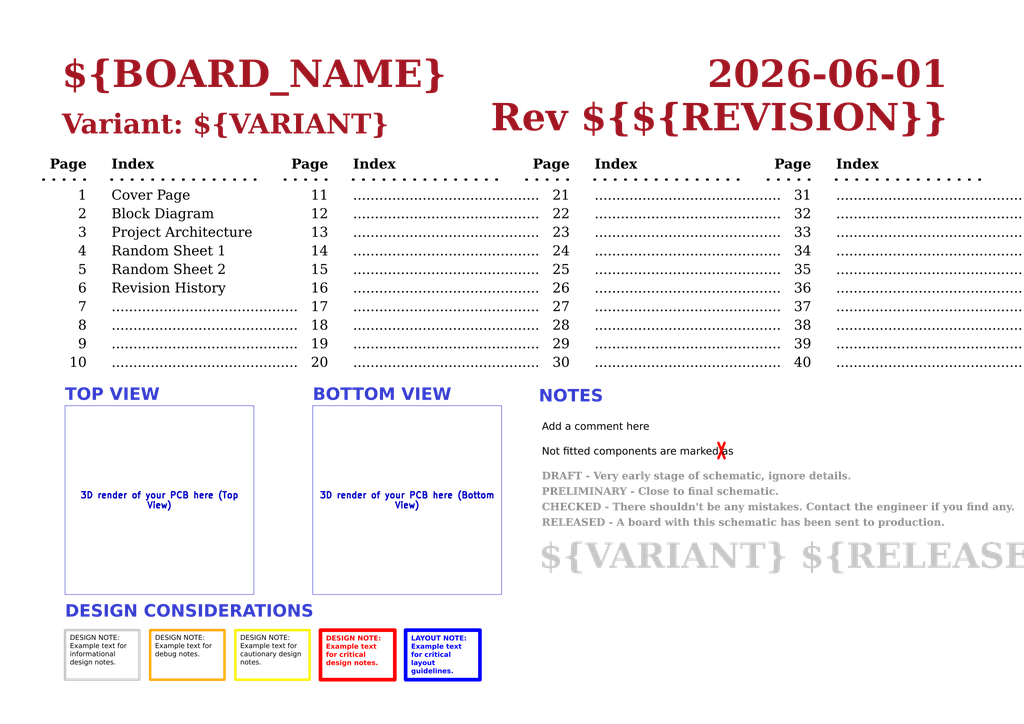
<source format=kicad_sch>
(kicad_sch
	(version 20250114)
	(generator "eeschema")
	(generator_version "9.0")
	(uuid "0650c7a8-acba-429c-9f8e-eec0baf0bc1c")
	(paper "A3")
	(title_block
		(title "Cover Page")
		(date "Last Modified Date")
		(rev "${REVISION}")
		(company "${COMPANY}")
	)
	(lib_symbols)
	(text "9"
		(exclude_from_sim no)
		(at 35.56 144.78 0)
		(effects
			(font
				(face "Times New Roman")
				(size 4 4)
				(color 0 0 0 1)
			)
			(justify right bottom)
			(href "#9")
		)
		(uuid "0171ecc8-df6f-418e-95ea-db73cf975716")
	)
	(text "BOTTOM VIEW"
		(exclude_from_sim no)
		(at 128.27 166.37 0)
		(effects
			(font
				(face "Arial")
				(size 5 5)
				(bold yes)
				(color 53 60 207 1)
			)
			(justify left bottom)
		)
		(uuid "041ff709-0f5e-466e-adab-d03afffd90b7")
	)
	(text "..........................................."
		(exclude_from_sim no)
		(at 243.84 99.06 0)
		(effects
			(font
				(face "Times New Roman")
				(size 4 4)
				(color 0 0 0 1)
			)
			(justify left bottom)
			(href "#23")
		)
		(uuid "0647f622-b644-4538-802a-42edf8cdccc5")
	)
	(text "13"
		(exclude_from_sim no)
		(at 134.62 99.06 0)
		(effects
			(font
				(face "Times New Roman")
				(size 4 4)
				(color 0 0 0 1)
			)
			(justify right bottom)
			(href "#13")
		)
		(uuid "09a9f005-609a-4854-9ba5-f5a5e7b8d7c7")
	)
	(text "RELEASED - A board with this schematic has been sent to production."
		(exclude_from_sim no)
		(at 222.25 217.17 0)
		(effects
			(font
				(face "Times New Roman")
				(size 3 3)
				(thickness 0.6)
				(bold yes)
				(color 140 140 140 1)
			)
			(justify left bottom)
		)
		(uuid "10cbc67f-d688-44d7-9e2b-bee41b99ad5c")
	)
	(text "Page"
		(exclude_from_sim no)
		(at 332.74 71.12 0)
		(effects
			(font
				(face "Times New Roman")
				(size 4 4)
				(bold yes)
				(color 0 0 0 1)
			)
			(justify right bottom)
		)
		(uuid "1b60c0cc-bf04-4615-8796-1ecc890b346a")
	)
	(text "TOP VIEW"
		(exclude_from_sim no)
		(at 26.67 166.37 0)
		(effects
			(font
				(face "Arial")
				(size 5 5)
				(bold yes)
				(color 53 60 207 1)
			)
			(justify left bottom)
		)
		(uuid "1c033b5c-f50d-4e0f-94c4-59e72fb244de")
	)
	(text "3"
		(exclude_from_sim no)
		(at 35.56 99.06 0)
		(effects
			(font
				(face "Times New Roman")
				(size 4 4)
				(color 0 0 0 1)
			)
			(justify right bottom)
			(href "#3")
		)
		(uuid "1dd16a1b-b3b8-42a1-b678-3a7b261e7284")
	)
	(text "38"
		(exclude_from_sim no)
		(at 332.74 137.16 0)
		(effects
			(font
				(face "Times New Roman")
				(size 4 4)
				(color 0 0 0 1)
			)
			(justify right bottom)
			(href "#38")
		)
		(uuid "2d20025d-61e4-451d-b51e-153fedc44d68")
	)
	(text "..........................................."
		(exclude_from_sim no)
		(at 45.72 152.4 0)
		(effects
			(font
				(face "Times New Roman")
				(size 4 4)
				(color 0 0 0 1)
			)
			(justify left bottom)
			(href "#10")
		)
		(uuid "2df49b6e-980f-4a01-ab23-c61ed27bd1b8")
	)
	(text "..........................................."
		(exclude_from_sim no)
		(at 45.72 144.78 0)
		(effects
			(font
				(face "Times New Roman")
				(size 4 4)
				(color 0 0 0 1)
			)
			(justify left bottom)
			(href "#9")
		)
		(uuid "319dfe95-cf7d-4b95-aa65-2f948d7bd6bc")
	)
	(text "..........................................."
		(exclude_from_sim no)
		(at 45.72 137.16 0)
		(effects
			(font
				(face "Times New Roman")
				(size 4 4)
				(color 0 0 0 1)
			)
			(justify left bottom)
			(href "#8")
		)
		(uuid "339f13bd-0896-43a1-925e-733e36e395bd")
	)
	(text "..........................................."
		(exclude_from_sim no)
		(at 144.78 121.92 0)
		(effects
			(font
				(face "Times New Roman")
				(size 4 4)
				(color 0 0 0 1)
			)
			(justify left bottom)
			(href "#16")
		)
		(uuid "34c28277-d6a5-4104-8740-b78485a8ff4c")
	)
	(text "1"
		(exclude_from_sim no)
		(at 35.56 83.82 0)
		(effects
			(font
				(face "Times New Roman")
				(size 4 4)
				(color 0 0 0 1)
			)
			(justify right bottom)
			(href "#1")
		)
		(uuid "3691ab49-6c05-4886-869a-12221f52fdee")
	)
	(text "Not fitted components are marked as"
		(exclude_from_sim no)
		(at 222.25 187.96 0)
		(effects
			(font
				(face "Arial")
				(size 3 3)
				(color 0 0 0 1)
			)
			(justify left bottom)
		)
		(uuid "3e121d9b-11e9-4895-9779-ade93d5b2a88")
	)
	(text "..........................................."
		(exclude_from_sim no)
		(at 243.84 152.4 0)
		(effects
			(font
				(face "Times New Roman")
				(size 4 4)
				(color 0 0 0 1)
			)
			(justify left bottom)
			(href "#30")
		)
		(uuid "41bb0f90-1135-4d50-9d44-9fb04444ecf6")
	)
	(text "Index"
		(exclude_from_sim no)
		(at 45.72 71.12 0)
		(effects
			(font
				(face "Times New Roman")
				(size 4 4)
				(bold yes)
				(color 0 0 0 1)
			)
			(justify left bottom)
		)
		(uuid "44841f0e-187c-41b9-a570-9f74973319c9")
	)
	(text "..........................................."
		(exclude_from_sim no)
		(at 144.78 99.06 0)
		(effects
			(font
				(face "Times New Roman")
				(size 4 4)
				(color 0 0 0 1)
			)
			(justify left bottom)
			(href "#13")
		)
		(uuid "461ef4aa-5f24-4935-a427-92bbc78a05f3")
	)
	(text "Index"
		(exclude_from_sim no)
		(at 144.78 71.12 0)
		(effects
			(font
				(face "Times New Roman")
				(size 4 4)
				(bold yes)
				(color 0 0 0 1)
			)
			(justify left bottom)
		)
		(uuid "4773b195-e777-483d-bd5a-5b18be14b485")
	)
	(text "27"
		(exclude_from_sim no)
		(at 233.68 129.54 0)
		(effects
			(font
				(face "Times New Roman")
				(size 4 4)
				(color 0 0 0 1)
			)
			(justify right bottom)
			(href "#27")
		)
		(uuid "47e5ef3a-a936-4417-8e04-a70df1a04676")
	)
	(text "15"
		(exclude_from_sim no)
		(at 134.62 114.3 0)
		(effects
			(font
				(face "Times New Roman")
				(size 4 4)
				(color 0 0 0 1)
			)
			(justify right bottom)
			(href "#15")
		)
		(uuid "48cae9b2-9935-4ee2-a962-685c04325434")
	)
	(text "6"
		(exclude_from_sim no)
		(at 35.56 121.92 0)
		(effects
			(font
				(face "Times New Roman")
				(size 4 4)
				(color 0 0 0 1)
			)
			(justify right bottom)
			(href "#6")
		)
		(uuid "4aa9b67c-c657-48d1-abb0-497faf20008a")
	)
	(text "PRELIMINARY - Close to final schematic."
		(exclude_from_sim no)
		(at 222.25 204.47 0)
		(effects
			(font
				(face "Times New Roman")
				(size 3 3)
				(thickness 0.6)
				(bold yes)
				(color 140 140 140 1)
			)
			(justify left bottom)
		)
		(uuid "4b75d6be-e2b4-4862-a5fd-f3239bff6734")
	)
	(text "24"
		(exclude_from_sim no)
		(at 233.68 106.68 0)
		(effects
			(font
				(face "Times New Roman")
				(size 4 4)
				(color 0 0 0 1)
			)
			(justify right bottom)
			(href "#24")
		)
		(uuid "4d10b8f7-ee9d-4539-987e-2871a213b2d6")
	)
	(text "${VARIANT} ${RELEASE_DATE}"
		(exclude_from_sim no)
		(at 220.98 237.49 0)
		(effects
			(font
				(face "Times New Roman")
				(size 10.16 10.16)
				(thickness 0.6)
				(bold yes)
				(color 200 200 200 1)
			)
			(justify left bottom)
		)
		(uuid "4f144e11-d681-45f3-b92d-dea6c28023e4")
	)
	(text "Page"
		(exclude_from_sim no)
		(at 35.56 71.12 0)
		(effects
			(font
				(face "Times New Roman")
				(size 4 4)
				(bold yes)
				(color 0 0 0 1)
			)
			(justify right bottom)
		)
		(uuid "5216de6a-28ab-4e49-a422-9fd32d8fed67")
	)
	(text "Random Sheet 1"
		(exclude_from_sim no)
		(at 45.72 106.68 0)
		(effects
			(font
				(face "Times New Roman")
				(size 4 4)
				(color 0 0 0 1)
			)
			(justify left bottom)
			(href "#4")
		)
		(uuid "547bb3ec-bec4-4b68-a38e-2ac56be29bd3")
	)
	(text "..........................................."
		(exclude_from_sim no)
		(at 243.84 129.54 0)
		(effects
			(font
				(face "Times New Roman")
				(size 4 4)
				(color 0 0 0 1)
			)
			(justify left bottom)
			(href "#27")
		)
		(uuid "598c6218-39d7-40a8-878a-842531c6a754")
	)
	(text "8"
		(exclude_from_sim no)
		(at 35.56 137.16 0)
		(effects
			(font
				(face "Times New Roman")
				(size 4 4)
				(color 0 0 0 1)
			)
			(justify right bottom)
			(href "#8")
		)
		(uuid "5dd35c87-2aeb-4c16-ab79-fbda71c4347a")
	)
	(text "14"
		(exclude_from_sim no)
		(at 134.62 106.68 0)
		(effects
			(font
				(face "Times New Roman")
				(size 4 4)
				(color 0 0 0 1)
			)
			(justify right bottom)
			(href "#14")
		)
		(uuid "5e529423-56be-4ad0-9794-38b960fa0634")
	)
	(text "..........................................."
		(exclude_from_sim no)
		(at 342.9 137.16 0)
		(effects
			(font
				(face "Times New Roman")
				(size 4 4)
				(color 0 0 0 1)
			)
			(justify left bottom)
			(href "#38")
		)
		(uuid "5ec61f31-3c66-4623-97e5-d26d3b9bb1be")
	)
	(text "..........................................."
		(exclude_from_sim no)
		(at 342.9 152.4 0)
		(effects
			(font
				(face "Times New Roman")
				(size 4 4)
				(color 0 0 0 1)
			)
			(justify left bottom)
			(href "#40")
		)
		(uuid "65f25bf1-cc7d-4807-9afa-0a0ac612f9b3")
	)
	(text "23"
		(exclude_from_sim no)
		(at 233.68 99.06 0)
		(effects
			(font
				(face "Times New Roman")
				(size 4 4)
				(color 0 0 0 1)
			)
			(justify right bottom)
			(href "#23")
		)
		(uuid "68aaa364-f788-45fb-b731-7b1eda7a6c6c")
	)
	(text "Index"
		(exclude_from_sim no)
		(at 243.84 71.12 0)
		(effects
			(font
				(face "Times New Roman")
				(size 4 4)
				(bold yes)
				(color 0 0 0 1)
			)
			(justify left bottom)
		)
		(uuid "6eee427d-5608-4f64-99d8-6d8e4391a6b0")
	)
	(text "..........................................."
		(exclude_from_sim no)
		(at 342.9 91.44 0)
		(effects
			(font
				(face "Times New Roman")
				(size 4 4)
				(color 0 0 0 1)
			)
			(justify left bottom)
			(href "#32")
		)
		(uuid "71058a62-023a-4e0a-b0c4-c0fb8bf95cc8")
	)
	(text "5"
		(exclude_from_sim no)
		(at 35.56 114.3 0)
		(effects
			(font
				(face "Times New Roman")
				(size 4 4)
				(color 0 0 0 1)
			)
			(justify right bottom)
			(href "#5")
		)
		(uuid "718e4830-a352-43f0-b9c5-1495032b5970")
	)
	(text "${CURRENT_DATE}"
		(exclude_from_sim no)
		(at 388.62 40.64 0)
		(effects
			(font
				(face "Times New Roman")
				(size 11 11)
				(thickness 1)
				(bold yes)
				(color 162 22 34 1)
			)
			(justify right bottom)
		)
		(uuid "752b8016-2b6c-433a-9e5a-755eac1f800d")
	)
	(text "26"
		(exclude_from_sim no)
		(at 233.68 121.92 0)
		(effects
			(font
				(face "Times New Roman")
				(size 4 4)
				(color 0 0 0 1)
			)
			(justify right bottom)
			(href "#26")
		)
		(uuid "78da4ba2-8c96-4e51-9a03-b14367dceea0")
	)
	(text "16"
		(exclude_from_sim no)
		(at 134.62 121.92 0)
		(effects
			(font
				(face "Times New Roman")
				(size 4 4)
				(color 0 0 0 1)
			)
			(justify right bottom)
			(href "#16")
		)
		(uuid "7a577aea-9c53-4431-8f38-6cd521e907d0")
	)
	(text "10"
		(exclude_from_sim no)
		(at 35.56 152.4 0)
		(effects
			(font
				(face "Times New Roman")
				(size 4 4)
				(color 0 0 0 1)
			)
			(justify right bottom)
			(href "#10")
		)
		(uuid "7caa34f0-df91-4ed4-bb8e-ff81315f8c93")
	)
	(text "35"
		(exclude_from_sim no)
		(at 332.74 114.3 0)
		(effects
			(font
				(face "Times New Roman")
				(size 4 4)
				(color 0 0 0 1)
			)
			(justify right bottom)
			(href "#35")
		)
		(uuid "7d4a16f6-fc91-424a-bffd-707dc25afa40")
	)
	(text "18"
		(exclude_from_sim no)
		(at 134.62 137.16 0)
		(effects
			(font
				(face "Times New Roman")
				(size 4 4)
				(color 0 0 0 1)
			)
			(justify right bottom)
			(href "#18")
		)
		(uuid "7d4de17d-b484-45d2-95af-1050fc297950")
	)
	(text "33"
		(exclude_from_sim no)
		(at 332.74 99.06 0)
		(effects
			(font
				(face "Times New Roman")
				(size 4 4)
				(color 0 0 0 1)
			)
			(justify right bottom)
			(href "#33")
		)
		(uuid "7fd97343-03c5-4f22-a59e-bc2d9fd9af23")
	)
	(text "Variant: ${VARIANT}"
		(exclude_from_sim no)
		(at 25.4 58.42 0)
		(effects
			(font
				(face "Times New Roman")
				(size 8 8)
				(thickness 1)
				(bold yes)
				(color 162 22 34 1)
			)
			(justify left bottom)
		)
		(uuid "832c6231-94ea-4718-8f70-96006b71efdf")
	)
	(text "4"
		(exclude_from_sim no)
		(at 35.56 106.68 0)
		(effects
			(font
				(face "Times New Roman")
				(size 4 4)
				(color 0 0 0 1)
			)
			(justify right bottom)
			(href "#4")
		)
		(uuid "8d802a1e-8c90-4592-9cec-00ce1173b8bd")
	)
	(text "11"
		(exclude_from_sim no)
		(at 134.62 83.82 0)
		(effects
			(font
				(face "Times New Roman")
				(size 4 4)
				(color 0 0 0 1)
			)
			(justify right bottom)
			(href "#11")
		)
		(uuid "8d827c06-285c-46bc-8024-d46f4098d9e5")
	)
	(text "Rev ${REVISION}"
		(exclude_from_sim no)
		(at 388.62 58.42 0)
		(effects
			(font
				(face "Times New Roman")
				(size 11 11)
				(thickness 1)
				(bold yes)
				(color 162 22 34 1)
			)
			(justify right bottom)
		)
		(uuid "9008c96f-82fa-4b3f-88a3-9ae35f59090b")
	)
	(text "..........................................."
		(exclude_from_sim no)
		(at 243.84 106.68 0)
		(effects
			(font
				(face "Times New Roman")
				(size 4 4)
				(color 0 0 0 1)
			)
			(justify left bottom)
			(href "#24")
		)
		(uuid "91ef4a1a-faaf-4d16-b090-6e6451092c3a")
	)
	(text "28"
		(exclude_from_sim no)
		(at 233.68 137.16 0)
		(effects
			(font
				(face "Times New Roman")
				(size 4 4)
				(color 0 0 0 1)
			)
			(justify right bottom)
			(href "#28")
		)
		(uuid "9310b062-10e2-49af-a22c-1c9854a7f3f0")
	)
	(text "..........................................."
		(exclude_from_sim no)
		(at 243.84 144.78 0)
		(effects
			(font
				(face "Times New Roman")
				(size 4 4)
				(color 0 0 0 1)
			)
			(justify left bottom)
			(href "#29")
		)
		(uuid "93713c73-3aba-4b0b-9f3c-b37ab3721f94")
	)
	(text "..........................................."
		(exclude_from_sim no)
		(at 243.84 91.44 0)
		(effects
			(font
				(face "Times New Roman")
				(size 4 4)
				(color 0 0 0 1)
			)
			(justify left bottom)
			(href "#22")
		)
		(uuid "93b242cb-0b6a-48cc-a920-659ba5a2d4b9")
	)
	(text "..........................................."
		(exclude_from_sim no)
		(at 342.9 144.78 0)
		(effects
			(font
				(face "Times New Roman")
				(size 4 4)
				(color 0 0 0 1)
			)
			(justify left bottom)
			(href "#39")
		)
		(uuid "9413d17b-fd74-4a56-8014-ec2904184d8a")
	)
	(text "Random Sheet 2"
		(exclude_from_sim no)
		(at 45.72 114.3 0)
		(effects
			(font
				(face "Times New Roman")
				(size 4 4)
				(color 0 0 0 1)
			)
			(justify left bottom)
			(href "#5")
		)
		(uuid "9413d28a-c2b4-4d73-ae2d-68b4717d1b67")
	)
	(text "Page"
		(exclude_from_sim no)
		(at 233.68 71.12 0)
		(effects
			(font
				(face "Times New Roman")
				(size 4 4)
				(bold yes)
				(color 0 0 0 1)
			)
			(justify right bottom)
		)
		(uuid "959ea2a5-595d-4c64-a44e-f0c1c6497852")
	)
	(text "..........................................."
		(exclude_from_sim no)
		(at 144.78 144.78 0)
		(effects
			(font
				(face "Times New Roman")
				(size 4 4)
				(color 0 0 0 1)
			)
			(justify left bottom)
			(href "#19")
		)
		(uuid "9d747571-2a3a-41dd-b7ab-0c07afaa5df1")
	)
	(text "..........................................."
		(exclude_from_sim no)
		(at 144.78 83.82 0)
		(effects
			(font
				(face "Times New Roman")
				(size 4 4)
				(color 0 0 0 1)
			)
			(justify left bottom)
			(href "#11")
		)
		(uuid "9e3e9ac8-468f-4f09-9650-682992859fd0")
	)
	(text "..........................................."
		(exclude_from_sim no)
		(at 144.78 129.54 0)
		(effects
			(font
				(face "Times New Roman")
				(size 4 4)
				(color 0 0 0 1)
			)
			(justify left bottom)
			(href "#17")
		)
		(uuid "a2bb1bed-8e4e-4038-8b4e-99f9457f4c30")
	)
	(text "31"
		(exclude_from_sim no)
		(at 332.74 83.82 0)
		(effects
			(font
				(face "Times New Roman")
				(size 4 4)
				(color 0 0 0 1)
			)
			(justify right bottom)
			(href "#31")
		)
		(uuid "a8eb70a2-f43e-480c-afdf-7e91507527a7")
	)
	(text "36"
		(exclude_from_sim no)
		(at 332.74 121.92 0)
		(effects
			(font
				(face "Times New Roman")
				(size 4 4)
				(color 0 0 0 1)
			)
			(justify right bottom)
			(href "#36")
		)
		(uuid "a95a57c3-0ec4-4b96-8edf-d46ee18a4a8e")
	)
	(text "..........................................."
		(exclude_from_sim no)
		(at 243.84 137.16 0)
		(effects
			(font
				(face "Times New Roman")
				(size 4 4)
				(color 0 0 0 1)
			)
			(justify left bottom)
			(href "#28")
		)
		(uuid "ad40278e-f3e6-4c25-8fa4-1f4e3918f822")
	)
	(text "22"
		(exclude_from_sim no)
		(at 233.68 91.44 0)
		(effects
			(font
				(face "Times New Roman")
				(size 4 4)
				(color 0 0 0 1)
			)
			(justify right bottom)
			(href "#22")
		)
		(uuid "ada746a9-1ac8-4ba5-b1f0-e040d6c0fa14")
	)
	(text "..........................................."
		(exclude_from_sim no)
		(at 144.78 114.3 0)
		(effects
			(font
				(face "Times New Roman")
				(size 4 4)
				(color 0 0 0 1)
			)
			(justify left bottom)
			(href "#15")
		)
		(uuid "ae6c0242-f9a8-4717-86dd-2d27e5dc9018")
	)
	(text "..........................................."
		(exclude_from_sim no)
		(at 342.9 83.82 0)
		(effects
			(font
				(face "Times New Roman")
				(size 4 4)
				(color 0 0 0 1)
			)
			(justify left bottom)
			(href "#31")
		)
		(uuid "b39085c9-1ebe-4dab-a6c1-54ab08707fbf")
	)
	(text "25"
		(exclude_from_sim no)
		(at 233.68 114.3 0)
		(effects
			(font
				(face "Times New Roman")
				(size 4 4)
				(color 0 0 0 1)
			)
			(justify right bottom)
			(href "#25")
		)
		(uuid "b3f10ccd-dd30-4e1a-9a39-191e590211cc")
	)
	(text "${BOARD_NAME}"
		(exclude_from_sim no)
		(at 25.4 40.64 0)
		(effects
			(font
				(face "Times New Roman")
				(size 11 11)
				(thickness 1)
				(bold yes)
				(color 162 22 34 1)
			)
			(justify left bottom)
		)
		(uuid "b5491481-138f-4748-8f60-dc51e3284b98")
	)
	(text "..........................................."
		(exclude_from_sim no)
		(at 243.84 121.92 0)
		(effects
			(font
				(face "Times New Roman")
				(size 4 4)
				(color 0 0 0 1)
			)
			(justify left bottom)
			(href "#26")
		)
		(uuid "b55022f1-bde3-45d1-ab63-474a18aef763")
	)
	(text "..........................................."
		(exclude_from_sim no)
		(at 342.9 106.68 0)
		(effects
			(font
				(face "Times New Roman")
				(size 4 4)
				(color 0 0 0 1)
			)
			(justify left bottom)
			(href "#34")
		)
		(uuid "b5c8bc07-6a7e-4ec3-955b-9e6a13622c4e")
	)
	(text "37"
		(exclude_from_sim no)
		(at 332.74 129.54 0)
		(effects
			(font
				(face "Times New Roman")
				(size 4 4)
				(color 0 0 0 1)
			)
			(justify right bottom)
			(href "#37")
		)
		(uuid "baff535e-40df-4979-8ad1-9d6e8282e1a0")
	)
	(text "Page"
		(exclude_from_sim no)
		(at 134.62 71.12 0)
		(effects
			(font
				(face "Times New Roman")
				(size 4 4)
				(bold yes)
				(color 0 0 0 1)
			)
			(justify right bottom)
		)
		(uuid "beb5ee3d-ad62-4c0c-ab18-390f8e3c78c4")
	)
	(text "DRAFT - Very early stage of schematic, ignore details."
		(exclude_from_sim no)
		(at 222.25 198.12 0)
		(effects
			(font
				(face "Times New Roman")
				(size 3 3)
				(thickness 0.6)
				(bold yes)
				(color 140 140 140 1)
			)
			(justify left bottom)
		)
		(uuid "c1828499-d221-4dc2-9c7b-c9d850654d5e")
	)
	(text "..........................................."
		(exclude_from_sim no)
		(at 144.78 106.68 0)
		(effects
			(font
				(face "Times New Roman")
				(size 4 4)
				(color 0 0 0 1)
			)
			(justify left bottom)
			(href "#14")
		)
		(uuid "c492727f-a5a2-4efb-9f13-b55fb4c5125a")
	)
	(text "Index"
		(exclude_from_sim no)
		(at 342.9 71.12 0)
		(effects
			(font
				(face "Times New Roman")
				(size 4 4)
				(bold yes)
				(color 0 0 0 1)
			)
			(justify left bottom)
		)
		(uuid "c52bc9e5-2c42-41e6-ae08-fabef868928a")
	)
	(text "Revision History"
		(exclude_from_sim no)
		(at 45.72 121.92 0)
		(effects
			(font
				(face "Times New Roman")
				(size 4 4)
				(color 0 0 0 1)
			)
			(justify left bottom)
			(href "#6")
		)
		(uuid "c787ff5d-5d58-4a12-8967-dc99673505b9")
	)
	(text "..........................................."
		(exclude_from_sim no)
		(at 342.9 121.92 0)
		(effects
			(font
				(face "Times New Roman")
				(size 4 4)
				(color 0 0 0 1)
			)
			(justify left bottom)
			(href "#36")
		)
		(uuid "c8a13f8e-6347-4971-97e9-3bbacc8fb0b5")
	)
	(text "..........................................."
		(exclude_from_sim no)
		(at 342.9 114.3 0)
		(effects
			(font
				(face "Times New Roman")
				(size 4 4)
				(color 0 0 0 1)
			)
			(justify left bottom)
			(href "#35")
		)
		(uuid "c932f64b-e011-46ca-8efc-bb2f186e8b13")
	)
	(text "Block Diagram"
		(exclude_from_sim no)
		(at 45.72 91.44 0)
		(effects
			(font
				(face "Times New Roman")
				(size 4 4)
				(color 0 0 0 1)
			)
			(justify left bottom)
			(href "#2")
		)
		(uuid "caeb7f52-f34e-4432-b129-9207069a1ad5")
	)
	(text "19"
		(exclude_from_sim no)
		(at 134.62 144.78 0)
		(effects
			(font
				(face "Times New Roman")
				(size 4 4)
				(color 0 0 0 1)
			)
			(justify right bottom)
			(href "#19")
		)
		(uuid "cbf7eaea-8009-4ccd-9079-9d687b9a3603")
	)
	(text "30"
		(exclude_from_sim no)
		(at 233.68 152.4 0)
		(effects
			(font
				(face "Times New Roman")
				(size 4 4)
				(color 0 0 0 1)
			)
			(justify right bottom)
			(href "#30")
		)
		(uuid "cea38a57-40f7-465f-b054-ff626e3218d0")
	)
	(text "7"
		(exclude_from_sim no)
		(at 35.56 129.54 0)
		(effects
			(font
				(face "Times New Roman")
				(size 4 4)
				(color 0 0 0 1)
			)
			(justify right bottom)
			(href "#7")
		)
		(uuid "cf9779c0-4a62-4a6f-9127-07f6919e9e8d")
	)
	(text "..........................................."
		(exclude_from_sim no)
		(at 243.84 114.3 0)
		(effects
			(font
				(face "Times New Roman")
				(size 4 4)
				(color 0 0 0 1)
			)
			(justify left bottom)
			(href "#25")
		)
		(uuid "d06fb69a-43a5-466c-8174-3edde239a7c0")
	)
	(text "12"
		(exclude_from_sim no)
		(at 134.62 91.44 0)
		(effects
			(font
				(face "Times New Roman")
				(size 4 4)
				(color 0 0 0 1)
			)
			(justify right bottom)
			(href "#12")
		)
		(uuid "d450aa41-7115-44ab-9cc7-2fa118545b00")
	)
	(text "21"
		(exclude_from_sim no)
		(at 233.68 83.82 0)
		(effects
			(font
				(face "Times New Roman")
				(size 4 4)
				(color 0 0 0 1)
			)
			(justify right bottom)
			(href "#21")
		)
		(uuid "d7ac5948-93ba-4038-95c3-cb73c27df74a")
	)
	(text "Add a comment here"
		(exclude_from_sim no)
		(at 222.25 177.8 0)
		(effects
			(font
				(face "Arial")
				(size 3 3)
				(color 0 0 0 1)
			)
			(justify left bottom)
		)
		(uuid "d8d8425a-4141-4ddb-8e75-262db2d23ce8")
	)
	(text "2"
		(exclude_from_sim no)
		(at 35.56 91.44 0)
		(effects
			(font
				(face "Times New Roman")
				(size 4 4)
				(color 0 0 0 1)
			)
			(justify right bottom)
			(href "#2")
		)
		(uuid "dca5e168-6a76-4eb2-b335-e6c030ded824")
	)
	(text "39"
		(exclude_from_sim no)
		(at 332.74 144.78 0)
		(effects
			(font
				(face "Times New Roman")
				(size 4 4)
				(color 0 0 0 1)
			)
			(justify right bottom)
			(href "#39")
		)
		(uuid "e216870b-45fe-49b3-8e55-d9668eb9df44")
	)
	(text "..........................................."
		(exclude_from_sim no)
		(at 144.78 137.16 0)
		(effects
			(font
				(face "Times New Roman")
				(size 4 4)
				(color 0 0 0 1)
			)
			(justify left bottom)
			(href "#18")
		)
		(uuid "e518f3ad-92c7-4755-8883-22916bfc7d1f")
	)
	(text "..........................................."
		(exclude_from_sim no)
		(at 342.9 99.06 0)
		(effects
			(font
				(face "Times New Roman")
				(size 4 4)
				(color 0 0 0 1)
			)
			(justify left bottom)
			(href "#33")
		)
		(uuid "e5564811-ffd2-4bd9-9644-ff1dc80ebf87")
	)
	(text "..........................................."
		(exclude_from_sim no)
		(at 144.78 152.4 0)
		(effects
			(font
				(face "Times New Roman")
				(size 4 4)
				(color 0 0 0 1)
			)
			(justify left bottom)
			(href "#20")
		)
		(uuid "e58de9a8-7551-4002-91cc-eb758bb6876c")
	)
	(text "34"
		(exclude_from_sim no)
		(at 332.74 106.68 0)
		(effects
			(font
				(face "Times New Roman")
				(size 4 4)
				(color 0 0 0 1)
			)
			(justify right bottom)
			(href "#34")
		)
		(uuid "e60ef77b-a7db-4a46-901f-5793e4acc58b")
	)
	(text "29"
		(exclude_from_sim no)
		(at 233.68 144.78 0)
		(effects
			(font
				(face "Times New Roman")
				(size 4 4)
				(color 0 0 0 1)
			)
			(justify right bottom)
			(href "#29")
		)
		(uuid "e83f0c3e-ac1d-4432-a8de-ba5a2be8aa4a")
	)
	(text "Cover Page"
		(exclude_from_sim no)
		(at 45.72 83.82 0)
		(effects
			(font
				(face "Times New Roman")
				(size 4 4)
				(color 0 0 0 1)
			)
			(justify left bottom)
			(href "#1")
		)
		(uuid "e9964413-67ff-4f53-b58c-608277db6779")
	)
	(text "NOTES"
		(exclude_from_sim no)
		(at 220.98 167.005 0)
		(effects
			(font
				(face "Arial")
				(size 5 5)
				(bold yes)
				(color 53 60 207 1)
			)
			(justify left bottom)
		)
		(uuid "ecd14d51-7267-460d-9460-6bae137b0c37")
	)
	(text "..........................................."
		(exclude_from_sim no)
		(at 144.78 91.44 0)
		(effects
			(font
				(face "Times New Roman")
				(size 4 4)
				(color 0 0 0 1)
			)
			(justify left bottom)
			(href "#12")
		)
		(uuid "ecd5e3bc-c1c8-4595-a242-64b07df33fd4")
	)
	(text "Project Architecture"
		(exclude_from_sim no)
		(at 45.72 99.06 0)
		(effects
			(font
				(face "Times New Roman")
				(size 4 4)
				(color 0 0 0 1)
			)
			(justify left bottom)
			(href "#3")
		)
		(uuid "ed9f4e44-7881-47b3-83af-17eb3de0e161")
	)
	(text "CHECKED - There shouldn't be any mistakes. Contact the engineer if you find any."
		(exclude_from_sim no)
		(at 222.25 210.82 0)
		(effects
			(font
				(face "Times New Roman")
				(size 3 3)
				(thickness 0.6)
				(bold yes)
				(color 140 140 140 1)
			)
			(justify left bottom)
		)
		(uuid "ee4bfbd2-ceac-40c9-847b-b15b18b07c08")
	)
	(text "..........................................."
		(exclude_from_sim no)
		(at 243.84 83.82 0)
		(effects
			(font
				(face "Times New Roman")
				(size 4 4)
				(color 0 0 0 1)
			)
			(justify left bottom)
			(href "#21")
		)
		(uuid "f14c049f-0636-49aa-a70f-0262bf1a57bc")
	)
	(text "20"
		(exclude_from_sim no)
		(at 134.62 152.4 0)
		(effects
			(font
				(face "Times New Roman")
				(size 4 4)
				(color 0 0 0 1)
			)
			(justify right bottom)
			(href "#20")
		)
		(uuid "f17fa600-4ea0-4482-a965-d781b27fd052")
	)
	(text "32"
		(exclude_from_sim no)
		(at 332.74 91.44 0)
		(effects
			(font
				(face "Times New Roman")
				(size 4 4)
				(color 0 0 0 1)
			)
			(justify right bottom)
			(href "#32")
		)
		(uuid "f7f416e4-86a9-4d8f-ac0d-80443c165632")
	)
	(text "..........................................."
		(exclude_from_sim no)
		(at 342.9 129.54 0)
		(effects
			(font
				(face "Times New Roman")
				(size 4 4)
				(color 0 0 0 1)
			)
			(justify left bottom)
			(href "#37")
		)
		(uuid "f8fd86d8-ca92-4fd2-9536-487e6832d844")
	)
	(text "DESIGN CONSIDERATIONS"
		(exclude_from_sim no)
		(at 26.67 255.27 0)
		(effects
			(font
				(face "Arial")
				(size 5 5)
				(bold yes)
				(color 53 60 207 1)
			)
			(justify left bottom)
		)
		(uuid "fb09f930-25b6-4039-89ae-42d9d443b49d")
	)
	(text "40"
		(exclude_from_sim no)
		(at 332.74 152.4 0)
		(effects
			(font
				(face "Times New Roman")
				(size 4 4)
				(color 0 0 0 1)
			)
			(justify right bottom)
			(href "#40")
		)
		(uuid "fe1f4464-8466-41a3-95c1-bacdc38614fb")
	)
	(text "..........................................."
		(exclude_from_sim no)
		(at 45.72 129.54 0)
		(effects
			(font
				(face "Times New Roman")
				(size 4 4)
				(color 0 0 0 1)
			)
			(justify left bottom)
			(href "#7")
		)
		(uuid "ff95cd70-408a-4656-b808-dabd546affbd")
	)
	(text "17"
		(exclude_from_sim no)
		(at 134.62 129.54 0)
		(effects
			(font
				(face "Times New Roman")
				(size 4 4)
				(color 0 0 0 1)
			)
			(justify right bottom)
			(href "#17")
		)
		(uuid "ffcd9e5c-5c93-423a-9ccc-e0af67821852")
	)
	(text_box "3D render of your PCB here (Bottom View)"
		(exclude_from_sim no)
		(at 128.27 166.37 0)
		(size 77.47 77.47)
		(margins 1.905 1.905 1.905 1.905)
		(stroke
			(width 0)
			(type default)
		)
		(fill
			(type none)
		)
		(effects
			(font
				(size 2.54 2.54)
				(thickness 0.508)
				(bold yes)
			)
		)
		(uuid "0c38d11f-bb11-46db-a91c-ebc0b30e95f5")
	)
	(text_box "3D render of your PCB here (Top View)"
		(exclude_from_sim no)
		(at 26.67 166.37 0)
		(size 77.47 77.47)
		(margins 1.905 1.905 1.905 1.905)
		(stroke
			(width 0)
			(type default)
		)
		(fill
			(type none)
		)
		(effects
			(font
				(size 2.54 2.54)
				(thickness 0.508)
				(bold yes)
			)
		)
		(uuid "2d015f2a-bc39-4866-bbd9-40b03d497a26")
	)
	(text_box "Metadata can be set in File → Schematic Setup → Project → Text Variables"
		(exclude_from_sim no)
		(at 8.89 300.99 0)
		(size 119.38 6.35)
		(margins 1.9049 1.9049 1.9049 1.9049)
		(stroke
			(width -0.0001)
			(type default)
		)
		(fill
			(type none)
		)
		(effects
			(font
				(size 2.54 2.54)
				(thickness 0.381)
				(bold yes)
				(color 0 0 0 1)
			)
			(justify right top)
		)
		(uuid "4d4fc8f9-28d9-4b33-b78d-b00f0a2b33ca")
	)
	(text_box "DESIGN NOTE:\nExample text for informational design notes."
		(exclude_from_sim no)
		(at 26.67 258.445 0)
		(size 30.48 20.32)
		(margins 2 2 2 2)
		(stroke
			(width 1)
			(type solid)
			(color 200 200 200 1)
		)
		(fill
			(type none)
		)
		(effects
			(font
				(face "Arial")
				(size 2 2)
				(color 0 0 0 1)
			)
			(justify left top)
		)
		(uuid "60b6a08c-a542-468e-b79f-aa4a2aa0e9e7")
	)
	(text_box "LAYOUT NOTE:\nExample text for critical layout guidelines."
		(exclude_from_sim no)
		(at 166.37 258.445 0)
		(size 30.48 20.32)
		(margins 2.25 2.25 2.25 2.25)
		(stroke
			(width 1.5)
			(type solid)
			(color 0 0 255 1)
		)
		(fill
			(type none)
		)
		(effects
			(font
				(face "Arial")
				(size 2 2)
				(thickness 0.4)
				(bold yes)
				(color 0 0 255 1)
			)
			(justify left top)
		)
		(uuid "b2648603-9b19-4c01-9621-49d92c5b8a6e")
	)
	(text_box "DESIGN NOTE:\nExample text for cautionary design notes."
		(exclude_from_sim no)
		(at 96.52 258.445 0)
		(size 30.48 20.32)
		(margins 2 2 2 2)
		(stroke
			(width 1)
			(type solid)
			(color 250 236 0 1)
		)
		(fill
			(type none)
		)
		(effects
			(font
				(face "Arial")
				(size 2 2)
				(color 0 0 0 1)
			)
			(justify left top)
		)
		(uuid "c7ec7f64-f5b0-4d3e-9743-7d40c3e23ecf")
	)
	(text_box "DESIGN NOTE:\nExample text for debug notes."
		(exclude_from_sim no)
		(at 61.595 258.445 0)
		(size 30.48 20.32)
		(margins 2 2 2 2)
		(stroke
			(width 1)
			(type solid)
			(color 255 165 0 1)
		)
		(fill
			(type none)
		)
		(effects
			(font
				(face "Arial")
				(size 2 2)
				(color 0 0 0 1)
			)
			(justify left top)
		)
		(uuid "c8bf2561-6ede-45f0-9b2e-12af2dfee13b")
	)
	(text_box "DESIGN NOTE:\nExample text for critical design notes."
		(exclude_from_sim no)
		(at 131.445 258.445 0)
		(size 30.48 20.32)
		(margins 2.25 2.25 2.25 2.25)
		(stroke
			(width 1.5)
			(type solid)
			(color 255 0 0 1)
		)
		(fill
			(type none)
		)
		(effects
			(font
				(face "Arial")
				(size 2 2)
				(thickness 0.4)
				(bold yes)
				(color 255 0 0 1)
			)
			(justify left top)
		)
		(uuid "d03e1008-e371-461f-a9f2-320d8a2b7341")
	)
	(polyline
		(pts
			(xy 215.9 73.66) (xy 233.68 73.66)
		)
		(stroke
			(width 1)
			(type dot)
			(color 0 0 0 1)
		)
		(uuid "024689d9-b8ca-41ae-b55d-6ff207f6e101")
	)
	(polyline
		(pts
			(xy 297.18 181.61) (xy 294.64 187.96)
		)
		(stroke
			(width 1)
			(type default)
			(color 255 0 0 1)
		)
		(uuid "4ae2cac4-7676-4a8d-91c4-c6c6f4585019")
	)
	(polyline
		(pts
			(xy 45.72 73.66) (xy 106.68 73.66)
		)
		(stroke
			(width 1)
			(type dot)
			(color 0 0 0 1)
		)
		(uuid "594379bc-c052-4d2e-996b-8b5c1a0857fd")
	)
	(polyline
		(pts
			(xy 342.9 73.66) (xy 403.86 73.66)
		)
		(stroke
			(width 1)
			(type dot)
			(color 0 0 0 1)
		)
		(uuid "8ca04e4f-914f-46ae-b7bb-c241f34f0be3")
	)
	(polyline
		(pts
			(xy 243.84 73.66) (xy 304.8 73.66)
		)
		(stroke
			(width 1)
			(type dot)
			(color 0 0 0 1)
		)
		(uuid "90aedf20-3619-4eea-9142-e5201cfa9329")
	)
	(polyline
		(pts
			(xy 116.84 73.66) (xy 134.62 73.66)
		)
		(stroke
			(width 1)
			(type dot)
			(color 0 0 0 1)
		)
		(uuid "aa27a991-1dd0-4ddb-a292-69ddc074d2fe")
	)
	(polyline
		(pts
			(xy 17.78 73.66) (xy 35.56 73.66)
		)
		(stroke
			(width 1)
			(type dot)
			(color 0 0 0 1)
		)
		(uuid "aefa0f5d-e237-48a6-8d0d-7925958d23a4")
	)
	(polyline
		(pts
			(xy 294.64 181.61) (xy 297.18 187.96)
		)
		(stroke
			(width 1)
			(type default)
			(color 255 0 0 1)
		)
		(uuid "b16ef1e7-4b58-4125-810d-81e7071984f8")
	)
	(polyline
		(pts
			(xy 144.78 73.66) (xy 205.74 73.66)
		)
		(stroke
			(width 1)
			(type dot)
			(color 0 0 0 1)
		)
		(uuid "d03f8f3f-5543-483d-a054-040e77e06c0e")
	)
	(polyline
		(pts
			(xy 314.96 73.66) (xy 332.74 73.66)
		)
		(stroke
			(width 1)
			(type dot)
			(color 0 0 0 1)
		)
		(uuid "f1ab5a98-3d21-4c83-b2d8-cfe1793d64cb")
	)
	(sheet
		(at 259.08 302.26)
		(size 35.56 5.08)
		(exclude_from_sim no)
		(in_bom yes)
		(on_board yes)
		(dnp no)
		(stroke
			(width 0.1524)
			(type solid)
		)
		(fill
			(color 0 0 0 0.0000)
		)
		(uuid "de68a101-7eef-4ba8-abb4-14d03adb087f")
		(property "Sheetname" "Block Diagram"
			(at 259.08 301.2309 0)
			(effects
				(font
					(face "Times New Roman")
					(size 1.905 1.905)
					(bold yes)
					(color 0 0 0 1)
				)
				(justify left bottom)
			)
		)
		(property "Sheetfile" "Block Diagram.kicad_sch"
			(at 260.35 303.53 0)
			(effects
				(font
					(face "Arial")
					(size 1.27 1.27)
				)
				(justify left top)
			)
		)
		(instances
			(project "kode_KiCad_Template"
				(path "/0650c7a8-acba-429c-9f8e-eec0baf0bc1c"
					(page "2")
				)
			)
		)
	)
	(sheet
		(at 340.36 302.26)
		(size 35.56 5.08)
		(exclude_from_sim no)
		(in_bom yes)
		(on_board yes)
		(dnp no)
		(stroke
			(width 0)
			(type solid)
		)
		(fill
			(color 0 0 0 0.0000)
		)
		(uuid "e7c91631-be85-488a-af7a-f2a810f3fbfe")
		(property "Sheetname" "Revision History"
			(at 340.36 300.99 0)
			(effects
				(font
					(face "Times New Roman")
					(size 1.905 1.905)
					(bold yes)
					(color 0 0 0 1)
				)
				(justify left bottom)
			)
		)
		(property "Sheetfile" "Revision History.kicad_sch"
			(at 340.995 303.53 0)
			(effects
				(font
					(face "Arial")
					(size 1.27 1.27)
				)
				(justify left top)
			)
		)
		(instances
			(project "kode_KiCad_Template"
				(path "/0650c7a8-acba-429c-9f8e-eec0baf0bc1c"
					(page "6")
				)
			)
		)
	)
	(sheet
		(at 299.72 302.26)
		(size 35.56 5.08)
		(exclude_from_sim no)
		(in_bom yes)
		(on_board yes)
		(dnp no)
		(stroke
			(width 0.1524)
			(type solid)
		)
		(fill
			(color 0 0 0 0.0000)
		)
		(uuid "fede4c36-00cc-4d3d-b71c-5243ba232202")
		(property "Sheetname" "Project Architecture"
			(at 299.72 301.2309 0)
			(effects
				(font
					(face "Times New Roman")
					(size 1.905 1.905)
					(bold yes)
					(color 0 0 0 1)
				)
				(justify left bottom)
			)
		)
		(property "Sheetfile" "Project Architecture.kicad_sch"
			(at 300.99 303.53 0)
			(effects
				(font
					(face "Arial")
					(size 1.27 1.27)
				)
				(justify left top)
			)
		)
		(instances
			(project "kode_KiCad_Template"
				(path "/0650c7a8-acba-429c-9f8e-eec0baf0bc1c"
					(page "3")
				)
			)
		)
	)
	(sheet_instances
		(path "/"
			(page "1")
		)
	)
	(embedded_fonts no)
	(embedded_files
		(file
			(name "kode_KiCad_Template.kicad_wks")
			(type worksheet)
			(data |KLUv/WC33yVtAz69h1sXHdBIIvkoz/9cBc7d53eDWn8+sMOlgr54gH5EwvkCehdFF0QXJM/jPYYi
				synp85uVWTzoVwqngYNxPatGsKnapl7af2462DXYdlj/UmusbGVwWW4z5/1PPbIODgUVEyyOg8nl
				AgNBhrWul2/xaBxqKch4UUFRiVOrWfg7rdT+uT8jFsaaUf/5f0TPcHe0lQBzg2k9fnuN+DqjEHUQ
				CPeNqeo2wv2JaZtrBZsGvpFaupZ8BWDZi4rjZo/iSiBeQS2vjjWBdB6JwL2QrFoAg/g03iyhOfwW
				iyQhU1NNE2alaoLtA+nDxfXDxfQhwAnZz/4UtS79HETn8M7zqxJ7MIS889hv7aRcmmjBB3907oad
				kKMYZSHX5Td/fl/4xRTlm7lOgBm+WyMicLW02DzxExpubCXNqwY3BL7xGLLyg6UW1jF1GUdMarkY
				qX8l95vUsk0NYxdym2ahaHuC7hMyVX0D8HDXfWm/4Ro9mo7cL1Kds5Z7pdbt9/JF3ZCfhh5L5aJ/
				Z00yumD/fiA7lEqTe8qTXUwu4zys6lkUNCP7qZZ+V+yb9nrYLov4bHJXmSAoclDsojhq2KZpul2S
				MJMzOoe00mZpY7kU4B7rlLcFCx5KDa9a4F1WfcsVzoF5t2IdEgviUzgwXct/CMMgSa1NmcE7iwtN
				Li/ymvSsNZZ+dzFPiFlucRVF0jktAuDGzY6Lt6eV8/UddYLQU+gxjHlZ81PSOOIZZfqsL8tKrPvm
				oz6o4fNojhTmf1VygMSsz9kGnsdkCMiCT6ZtyacqsNY9jIFGwumnlnsO9+4A7qQhuhgp4yUm+UlM
				CBPfTMJoXhbU+4kTz6GakNpZ4CdyLEuwbd2PgsgtsKQfi6mjHss1W72NBt562hYNRb3mNUq7afZ7
				kBAlCwTGHkDKmZGwShY2o0bg0NckF1RJhcCg7o8bPJSnUNTMpoE/ibalxegBNc/r6VoyHYBEvtkP
				7znqeA5UTCRUiJTPr5Q/4iap+YpyfJeyKtpqrjbv913XhyGj27hrp6C1/fbNiYAgfEv3Sa9EyRGQ
				FAoFgiEU8Pd5eHYslhiLXvsPxAQqDmmEoMvxXq5aLFb16OJl4BGMQ5vd3HnAHp9I4Iko6GnXssl6
				TKGoxBnMnP8ksZh5Q3TwLUjV9NBtSroreZkY6+7xx17Rh1LktTQdkdfDaQ5qVrpAx4oHDmneikTn
				U7UOgItn3FgyPbuBY1Gq3vXTLMEnX58mBPdKJZNFoIyeCoEXyy5axr14tL8fQI4tPY5h3NzBPwU+
				cCLjd289lb7MuU+hZpSBWymOmkTyI+xkKZdLJdxoruFzqH4ReEgxFiAy8UI4IlhgU9FKeYjMTaZz
				QECXKQcFgSGINDSvdhjMnzMpAVlQRl/XwM3J7QtQxNeU1ckOvofOwDju90FXO495D2MYQhK37fIg
				8XS8V8CfwL3f0CGpoWm1Mzye1aNaeOS+ev0QzF4Vi15nwor1jlway9b8nAAl3JRe5CB133sY2mnf
				MvJ3S/2kznJtGUJAgE/pFTmkXFpsvnl8WszbS16fkjOxDnIuPRIqhybL2SHpY3OuBnwALY56VVhV
				bTX3mzkt7Y2zEKENZy5+mvjzys3IO7QYVk2l2NdS4dGMby3ZDLwoPfTiGHrxsqUUWfgIzLzIoSVk
				FbzbP+OqP1ZTLgQY3OqJfVQP41iKVNW33g/sVoTjtlZYPYIKgYPP1XxVe1GXVzTllOZcsKMxwKck
				AfZcInJJ3I0cvaBnMV2QMUDz2aKVMHN/vicS3IIhU9hMjCho4EyCizW5pUf2w7XGQNh7D9IU8Bf4
				13OQ3hXBvRlUvTF+RRPRMwb+CCE3521Bi8Fn+4bxfdBD25nYN8KTsthgmL3L9zvZAnsW3Tz7Juzx
				Voog3Ovp81485giSJCarr6tuWfv8PytohFN+KoOdNM5XHRBGEEdiFUxvYIX0cW74ccgRYOIliJ4r
				mCgr0Ak3U4Vbur/PmzKMpki1+qxAZUxiNC+s/RCjIKy59N1Ydm97/1vhFnossn8mcBf/MS8IEYIc
				Y/VTakIoarYtpleUuKuMHYtTxH+P+NVnsaotAgvCBaK5MJXdJlTT/V7599WQpFaJJcBYIeybP0C3
				UU6GpbXNMX5CinqDdPDtT5F54JeVpX1H2B9FIUEFaJ5XdwpoaVycorZ8cKikzO0wYwYZdn4qTKLb
				OW8QXwLvuYqqKznP2ESz2EA5HqUs+rTugRkL+s+bvcCjfu8WESum/tbl3uXd+frVcc+wgvKt59IG
				wQf1MktPe847W0wpcijF1bLOCyEYVqR8tRHa/Q5/BL1VlnPLBDg/qcjed5jZkAhcM26ukmD8/o2J
				N3c3dnI3t9Qc9FSkKtYqu4eZCyYArj15Dum7Ek3PMfsfMXz/hoQVJ/vxomBQKach7setJUE/G2WC
				+Gyjkohe+Qc1ZLkI2zOl7sOYm1pxvNK4prta4vGwT2T0Krq+g7tcfQItLIEhJyRIi9CORqRwr9r9
				x5iR3wHr+I2Bo/uy93AYrG9dLAahuC2H6se7gZW1hSD5kqheKfFAz9qi9iO6MBN4yZixP40tDdS1
				oSvTLZdeuoGCzuEgFYIiP8mPSQhs1LtAfUTFeWmUywWOBiqkisCQZufvwBT7Te5jgyjLSi5C52Ut
				6bLufhrThPvOMzab8lWSJqB5/R+KJm/gOmr+9lGBGSaHHmUrVzMzP3kpN/i5+mK4eyb7XZNVl9sD
				szc2/mTL0CDilGMCQ95Msy4yqNBFzPkFpDgM5VihqKfWiJhL19LtUEUR8SxwxNiN6eR7xov6SZsC
				d6+HkCyFohbDgKUqzUwItz4uxmOglKqo3sqlsHKpsIh+da0uFUbTnuEFXm7o2IO660IsvKdijVDH
				XC649ZszdQR+Nc+xmNbFMtbahEiSBHoqTiyFj3fR83MWbQ4f1FtJ4oR7YuO+8G9AE0uK1VFIxHvb
				usx9o2HsqNDML0MwuCBwRXKRSHQwJM6PB8Per0CeL75X9i3Ou+fCCUMSX1cc2+wf0RZuiGZe7cN5
				XYy3J6LgVLQhrmkRmLV5CKejoNKvfThf9+iWJPZg+LyaHTV4+B6Vhyb8cHGvHRa9vZdz0wRv17ev
				eV7q2Lo4TBZGUEj3oDAr+WbO7ynOn90zQI1lW7qVXp2+9uTVE1gI/wBv8kHEo3KS589j+Wn/PycC
				5lG8mJNPHfkqYTbANWSM+oBJgTRE2sdmVBbrd4BuQT4DZJ7330oDMyEU0f5DycH8gbGrDMp2EYU1
				Gm62KskwChkcVNWK9vLSrksFJArzDZdDVvM2wtILQlcKYJVenkjZF/hWjMoklHeBJrwpbR8r8ypY
				a27zrVpRvgYu3qOSn2Mn4EvrZC/BKAgC+1St4JN6thI5KAGD3EV8jVy+wE429KdXtYaomtF65JUx
				vLk5OyMLwe/R9LIzQgvGLEIpXFEwuSU5ogPXc278cbVgFdW6qfA+cZ9kcpd8Bq6j08O+jfKa8gof
				+9aPqnf9ViyUYqgSWVDM7gOy9lBV2EzmM++B8nLEEghbNzMTziXBqSMzF4flvg9lZR9GFRxzSXGp
				EqLlofs3dm3BEnTLIpBUto6O1h6vMKK9dC5FHsCKmBvZh4WOrfUvsFq0lZPXdzDEEX9WPBxEY3iW
				paVted0EdXGxK0hm8hhfjYTsW8IX+taHF79SKc00by57b/7+13NmnXdRvk3dess55Aw9iUuehCEo
				VA20WP5wIrdwagxQOSBb72/AGlfbokcQ/GnphyssemEhPdFgyr4GyEwaYiok+/O/Lt1SYxkz/2no
				GuYfrpM4L6YfV9PwTCxHAoKEsB0WPuLmp2IElXsxNEPcD1Uva2AZBZHOA5jWMAsyx44euyLuoimQ
				2XZTbukLt60HiEr+MieUL8pfzXMwMcXS7vr9A80Iysol9FRAFxfo60kEZLApcJpzuDGad3Us5KYJ
				oKCcgmrNqO/7+RaQyS0Ych59a30vEhEkVjyrs7Gvhm7WtRxwQ755LdthyfPZzchreibe1Mhbzqg8
				QOY+tTnrQ3CAjD4eaYG5hUsVgtRIpFjWZxs1wKSQyIjkBURfZJKZBiEgdhD9OSEucSE4/g3Vs4XU
				2SE0Xw3hc6WwqIwXP6qB+D6WweSyhkDXlbq+Q9ALwMc/GoRFzLl5yyE4Xi6DP5S+GluA0UlGpxml
				IO5942buI0vtw7Xli8jjrVpBuNdYdr9NDBBfOY5tp/opdZ9EELz0iCt/UBJytr/PsjI+Ha7OadC7
				vcjcKF9OVRCkIwMiE+CoWQmzAHGob8k+h1OhmnJqsJxCLhfFrNyXRmirglH8fhlRHQlRYFIr21SK
				Lw0tAe3TxWenpUmqoAocJkp7MT7ebFWKJx22okHfo4R4MSqfsiesGPWdVbjVOBPmH+IidNzzhf79
				dCrKNyeWViYProTU91OKgjFW4QwwDCGKxqZWAZd65cUw0xmR31rPqHKrXiAIyZz8M7WX2M9zJE1R
				eXomSTFf8Pu6+L8jxzIz+8rA0HRY2sU+C//NqKCsQnoWdplcHinUR3Q/3G2MQdNLaSAKLEZgvPpp
				6OJN+V1YG7Jp13IqEHKuJumupJ1BiDnl8s8pHhfTu5DrTr+pyzRT5+dfqKRggpclgb06SQkiMreR
				U+FoEhhcGUI81+dmC8y9V2y5gHEjNaSsF+keEHmhJCSm6Lqt+BE4qHgSaF22Cxyx68RwYfhdqXZ7
				7ajPyPtpFL58W+Zuw+EfqF+jcdhl1TlGdsFVvIt8L9Y8oAi9BGYG7daC+F3zwxnGwBuHW7moMJ/w
				YBCphi59BGatc0BXPmoNyjbbJ+R7JmQ//pJ1IKGPt/yL21c/IYB6A4MgMMuctxyGAQb1sK4KAjIH
				gh9B0E2YT2gd+DlcCmifjSH8Z+keDWJBeqXwyayI7UtREt8vXC44sCwoMHVQleZSkkT/Z9S3zuvl
				Hd9DYVZuto4dO48x1GQJ9AlxdrjHzZBfRDpOcqW703D4glkfGfj3EUindoj4c8Iypys5pJSrBXE2
				Fwq2YV+1dNGqlEeRn8RVu4U9PC+XsXleuvgFL4aMuJiPn0Zhv77zeCjeeKzXBDwHlRkoFTF7MrL7
				cTfJ6AJrrAKqI/KdL+uGBdinLcyJlGtP9pwYkYcVy2pUMx250ZZaMKWMyKsek5LZcy39howmtdEh
				7PZPUaJ5BQGhoB2wX8UkOSCoxOX99tHzroQF6/dtgD2kjTto5JGrfpUq3b2mTc+7cD1tPsww9hqU
				atdG5aFCPlx8FphdSBtoQ5HFcq3AcrkEbtRvv/vJu/Qg66VcKHLGjL8CxFZxLAqCWG3yHveA1W/w
				XOtjWDk3ShbGmuOdczF1jcCBuGJqO961TC6pSFPPeJe3SY/m7lNRJY73UILTtWa8q2v0FfAAccgj
				76cVJW9y1k8lOp6ls8+aw0Fs1+FhUBRKvFWmQPZKP/YqPowiF3Ul8VWVUVjr3GRl9B4ONMJHYHrq
				PI5lCYKtilEyXPalUEBTnhhhQlpoXvb8NETRHvPyVhI3IdrcHT6Dkij4sfsbGZb/Fu/ihLhl6WBT
				Iab84KbzQgJUTJx4Vm9bvMc8Dd5F1y6SbaAARUtjS+ELE3BPqB+Md1C0BgN6QA7MQh1IiuMti9OQ
				b4lEe/wXEIV+w9RHkJVmECQLFy+ajxd1Qbl0Lewh9zaZAl13XVdQ7iQGM497q3eVPEko5DzzJXJN
				E4gKWEFFgxPyrAMT+zcH8a+X+qanPDVaB+SyiCXRgxo5jrK0uV0VZA2l/jxePEFAL0bA0gIPKHd9
				R+TArLT/Uq6sCrcqrXYt2y66sk1sMVaBmLZMFcL++0zNnK8s1xLGLQ6IBkDUe3Htpa55CAMT9aL2
				eHEeQSIzuYg4PXfZ75as2IV8CZjQPwSlp9ZFSkmKEO4hJLeNQRYx8o67Ipb1LBLh5pWZWxaBFxRD
				C461U3MvdXdD7l363axPO9gqd7mPi05YC9Uk4A39jBz4L4GlEDDenejdrjME+msCuicBtb5hcPkj
				UIvdz0nPhvURHSWWnxO6niLRgyAvq7XcWF9Pw39O3JKrYACvjcnmeR0jEIZjmHe2xZmRSqZ/t/E5
				hF2gIdM6BlmFBNvZPxN8LVrYCYWC412Jo8X03z4UFEzu6j24WFbz38+3Gow4vRrVdFXLyFxUg/5z
				IvwSPa2KI90wI3o+ECGWVN2YI2AUbZy3NTDFsdzpJcD/7Vxj+bOKXTMLZ9tAtuEdmBZSUxB2HF+C
				+7VcxFYSXZa/PWAUd0DR094OQ52+k20LDkJQ5hmMOkpVgjJNrj5c3y5XDJ24lVXdkEqLZUyL0WlF
				+9jIU8+w8lMIZu3xHLr5Z8GHDuSfe2W/710QEh3TF5epA7bwgbWv31iy3nB4r+qmyPq3tZybXEFl
				aBuzHANP/4zlLQ4VWVMaF76B4Evqsc4c1STqwU5PpVrbvi94E3ANYgVfv7NR5gGUaDrnCTaBWewP
				1ODDxQJ+cppmuAbs8wKJ70JHpGWNVNHCskNTpSrClh0vBJrBRsJv4juqgiT6D6O+xVlhM7B1sIIl
				dDfCQQdM3YVcGNMrEMl2mpoVNwONAwbDMdFQM/BOY6I3F4w+J3Mydi52fERZEdOJh28CyC1506ov
				KEL+RkhUycF4dD97jNJu2Hyh/A+inx7ui/FyxaGn274bhG7a9WQqR+UwLdY4QfVgia1TO7aiXulB
				Bjz1U3p1FGX+rr2feRM1ozC2kEr/u6T+e6IFCEM4I295tkRG1qXFg7z/Q44oi5aCtYd7sz2EIH0r
				SpIspT/KbwRro7NoTMoZSvAhNYzCnsvFRX5SeYYbY6To+i0MJmHnhx9rZ1Foesjv7vz3iAAp5bqv
				6uZFjobzDzaPs55S1FZ9Z3LlhsBlPYLA4z/Q2hxZ0zob/qbrSiiNZVtuKl4a2/dKR4Q3ndy+pKAZ
				6D9HQ9+CqDdHjrTKoL/Fcg1fesWEu8okxG3ggV9OqsbB32HRhU2JfuHSCHie37m+By/YqBj94G8Q
				ze1gpdFkQkMRlJQok6FOz7lR+lizhUh0Gnyms45lGsl5aIruOqZxvMeGqg0MGz517QAMnSZqeNXl
				G6eAwopV2adxCCiiLHpjM49oDMs+OE/qGsWyoajkOodtEueCopDrYDZh/0iE0Jm+2H3YmoaRNyx0
				DhztdO5OzrSshKL1aUY0RyEw/oQwA3qAKcH6cQeBUIVM1nOpe2kX/GrYSYO2qkQZ99GaDqPKXSxP
				klj80rtNQsY3JBsPj3F3U6aLfhIOwRvfiiLEcaQq6zAPRnM9u1MTntj8K4oHayepKK0BFtB03QUm
				TccZ1UkD/y01lCLPcppqWo5Ani3j1MMJbbUCvZHR1FEjNZwu4EtFOgSKE/SoUfLIaQADgNvkpCie
				3yAlI8fKIR/OnyIcKpvn6FjIaRo2jNrw0xqana6B9zZHdAdwgJmbqXEQCrIUh0EgYDhAjU0UTxYE
				FMUBR4IAJalNOXfPYlmOwSgIUIsyPDkiDKzANje5BlBgw4FRRH3IEecuqMaulBwLgLxmcxTiWAD4
				RNbmlVrDZdtTHP5s1jL9KA0AtabyGvE4jnw2xfQ2aYdBwEAQUdZoEVZJhzZVXwTNrIurijJGQ6Lc
				Kq82IAIbaAFR+H0VYcimdkCOqi99c4aRmxDDEAgCEqIB2lZ9lRh5RAJm2sXdXfWMYkBAoRQMAoiC
				KIyjGAYEJEMDvIhrOOJQfzc54CCQAwHKSiNIcYABxKZ7N8WAIGAgDmAWJgEDSN0DclVtvwEckM+q
				LNMocYBSEMMBNx3TaBrT5wEHQBBQHGAAsynT3gG8qh2Aq7ILDuAAFTXXYhgGBCQHJAhoAAEYUID7
				vv1bzWcVPcBf3RzXX6LxC+SA4TzPgTAMAIB8plfiAKQ4AKfrARADOCDv1fzMkcFAigMGxO9vdHaL
				A3JTrdV0Vm91vmk0j4cD8tvM8QEM4ABVNuccVW8DyHSe02dN5y3r3gNxwOyytykvIF/V+AAIgYDh
				gDZPXV6d3fgACAKIA9TfxfNezQ0AgFrPVXxAADOABQzATdUFxPUADrjp3LzVWWUPsBAEYRRDccBM
				u/it7gYAQAAEgMP8AlITdWEDBFkpC8yaNTTYDFt14lSiDlcmB+szcrafuTRGBHwnOb1zBvZ96RlH
				qkaLUxUxrQL/jx01Nh7iJyBwgQfAWb/2H1yusO8drzTY5lFH8EFLejP6CIdMKpiixtVklAjIyGTg
				IDElg02YmA8EGKkvECezh/t6kTUECEwHKLS7eA5/8ueamOWXvExcRkpHYjIVyaXXDFWp7ccu0jZh
				c8FhxZjqW9StCN11/CiJmlB5yRQ6Z7Z/bUolcPMzhjD9d1FY7v3DthunbfqhJmsDY/FGNa9kmtg6
				C1Ya46Xoy8n1vB7p8LXhueU9Yt5+QaNe+ksm26VdFxa9gjrUapjwsDRaOJsGHYQ3ruXh2LKt4RTj
				EwNhf3YjWII2cWirHzH35yD5usmCeeaYFdDt3HHS1QnBSKQPw37E3koMcX18qQrSA4IhLIKtXjP0
				VIfuhHPbO5ENKhV/siw43ARVTI2ia/hwTHvOnwK428sehR+OCWn2iHh44br9uCfhX+7j0lBf0O3J
				mxz0s5YfY9tVkq9PzWGsE2LGBCKZ/duS4fhyMQwf4RvuYtjkyPQGjdztwiAafKoB1BCtpZsNle0k
				yvWyfTE/wjfc/diHTapMfQ5sRe23SZ3Cwd9D3+/t6KP4FC2xDJKhq5qMIVoHkfLkuRGbd/kUqrZK
				OXtWK/TRgwTQsXyqdVMQuqBppSHmcJAuc7fArYTe2BHIlQ6R1BBiNVJ/k71/cCjBJLLdwJQf5jdb
				1sWh13dEauNuCPNJmG/mzRgBnsFRtT/vubUPH5Fdob6Q3qyNQLsPEmhc4XYkr+MGVidfxNdcvVPW
				90qefLPh7YJnFFOXgvsbPeBYb0hLb22SvXMeWXvPQInnLIJsVvEe+9uoQKMrDdGbaQWHBBHwtkML
				OEkkLs08UaxSoK7m3vegLL1/JEY1sjmCNPKH4ryq0OtF1hfVQ70v22f/BBoyZQjU+HU9z3ErW/eJ
				TOOTwJEYjaJkqE9yy8ApS/ZAnyKeF62Q7z1oeAR7mss/f6zOcOjHdxJdxXi1J4/owfUAbwSidBvn
				JgqI1ggQntel37N2E7pTgULv6kweeMqPys1XScPw2dEvHAdJbmJgWKknQYu6ZKBPFGftJHQJdqxG
				XRjyj4N14NklyCd4VN5mo8Vc4DRgY8nAD3dIoZlNOoNrH5lkCdLbPEmcbSc5QLkLRLHJnL7CA5Uh
				xPcVvytyt+qm2v0NIC/0bLquNmqf63yMu4Zzog+fs9B2ZJBsVw/T0VedXbl8wEL9o3QlBc6M6GCN
				jWmyujfskUyzHQ9KoyOWbwORNdfES8BC1G56BfKJXGFHpdPHkVQNSp3Kp1r/5XiTNeoJbbq29txn
				KOOB1bCfd9X5JW/vtUy7Yhar96jZZtts99q2qH/AASnRRlxBRSznuAwq+oXCkDmU/vUlmo2Ikkpw
				q8wYlKtYqXa/O2LypbuzJgDTNnslEy530dcx3snwDZTxN2ho1B2JlE4g6pTD8N87WEU5t/IsF7O/
				opjzVNKbMY6fz8osKGJ4USqPc/NApC2fDoGRaOgdHdQQmfPyIRqmxFM0Rmp4d9zeVIhcYv2wNFQc
				Q/UtHsUMKGyH7YWR0FPO+gLimzcEytasuGpFCPwMoLWfbKxRuZlzg2rVXn5Sbwn++w3v7D5IZQ+p
				H8mhaekaOkSAIhE5dFOF434uY+FVn5F2K8xKJpYZXbWqoD+i0BTNw8swbWWumXB86Zu/2F3Ucvjd
				Q5wVlPc3hSOpvvVktKIUlAe3IpcUH7G8MGu/8idcJ+FuSDoiLctpcnhfm9/ZJRf3jw1kn2J0y/gW
				ubpUcce2SrJcfXhLXt8XRodxZTeeqYZq70QqmC3ncuyzCKZ8q20XSyareo5ET4PeQfec/u5xLx3P
				8QbtTD/xapXWZPZBH4rqPrCmY7u/p0jFQbwzDd82w5ksEKa1TbVC5sL/7yci9lfkFwWecfZ5bKao
				Z9J17+ON9gxMHjVyrn+6c/kl/xjA0KxcaA1iGLkJRi+6oT/5RLshVtGpMARFJedQ6RakcUknTu5o
				0jRbCgPf+BRTiT06HP7kyzWdlnyC4kpyiDYQvE1lupmrUxgcLeM7caqp5t4NUYHII1jCiEmST7aA
				P9GQamTmUvo8UeZm87DRJQkEGYOI2jXRn7IJmu7v+fRzLvoiMUHjiSuECIoXaLnbqpijNYDYDEFs
				FVvN0J05UaxU1X5Vwuf61oQpPBk84ZCRycjv0fCC/bovlGcWQW3Yzrcn22MRpmy1LLuEVgcQPu34
				p7Fnoz+aAQo4K1oRFWY79ykhkSd1RF2XxWYIzDqnUdr8Hl4in2hRvzayP7QR/wgdeR7Q/lpwKnfT
				3rRRiMZm3zeg7VIZvOicRpJKnkNjajYN/BvqVQ9uCaYJnnz1F+vzupQbjdRgCPW23Spzmu2G0SpK
				57EL+R1b60ufeLXwTR5G9IOMSC3UI5eA0CAwe4MKDSL0oxL7HJxnSWaOorzkt3zi9HsNMdqS0BLx
				LgO93Fchioe0xJUf6RtE7KFORDQf29FgV3WCz2G0ZR1OdJIIiWSOUO3FGp4ZeEdH9LWe2IpuIQ2O
				N16H+MpCQnZ0EknTqJDapnQg3lHYPI4Gk2+H6E+V52PRJ5NVh9qgT3kDDtDjbyhsKidKp8K+ZLPh
				0DdDr8WzLs7eIZKpyLXaifLelJtHgrKZSydHEoSciO20ZNMPLQhyq6TvNEQLz/O/sA0Nkvzean9I
				tUSH2MT0yS8Try7bSiR0Xnx3+0JDqTsh1S7705M1sTeXJ9AUWRuI4mwsirDeYAVUh67aakjclBDJ
				mDKjFJqoJquUYjeyU2oJjXLciJrqKIXH5mr1LWoJ49BvXVY8KTTQ8EGSpVJ7TGUT2mcbTJxz1mvG
				knUovSYOzykz47FfIxkmMII1dwMVI4rYYLdRuC3TXbwCR+HSo/PSv/GgkHojC0Eb1tu7p/3ZNMQn
				uMbOr6GboLylUffSCh/cVcxD6eAZ8YQHWXLbF0v/hD9Ihdmsl9fEKQox6xHxRaDsArcWWaDAnfc5
				Dl0K51d0ixBeRStgrd5W7ooKVCOpyz00F8PrEeDkzXNvRW7kVtX23DfYREi+Rk6Z3s3BN/37eEYe
				a02o/dfrLsXOmaT9kapnYHvmVsVBYYUuYXOEFfg7CU8ept81V9wRaCd/9OE9bZtXMuUO8bs8NTuz
				rbZsg74eD8HXosgV3d9i2NnOodamhr/1uC+frAQYBxEXppk6z4hli7dLpnACzVEcqWx1PM042wnl
				UaOi8RoPGSiXUuXtLJSxCowhJ/TVf0RqCc5i9q6EjZmZhHWDEXzvrRXH7vzmWxBI2E7VSQy0gPtF
				f3XS5YLxoiH9JqGze1EajFrTHqxt0Y5BnsGiCIGlpeEqUfHsYUdMISp8A7HlNtfjYPdU2zk5HmIy
				rp+VF1dKOOYl2OZZLwOwCA/UKgS2wPcO4DyuYeFaJiZhvSxbcWxal6vbVx0a/qNydpXYVyA5galJ
				klXEcXe9OjUKnI3/AjX8e1A+2E8+6IhpV2hSe6aMJuh+38HxKoMyCxAtBpDZQeSBo6EUVH3kpbXb
				MW08OsLy70IVHLJBah8zaS+B/LFS+KrPUgzLsD62kbCIDKrShRsjMHJBMiWi2xq+7gZ+w+sXgHRY
				ZkqGfmT4j9a9D31Wcwcf94StEub/Ne26OL2P02JrG3d90VwtmHF8vzGNg1WRkeZ4fkpm8SF9yIX9
				8ZlUNO7KLd2dWxgX8938PAcv6p0ncqa7uudylvfvLTN32X1KlaFJKGYlEvyrsMmZEBHi1Yw/WQcC
				RlxPQPbka4483o1MW4Vklk5ZtgPYwdD+67aEguWXawV++Wqy+Bb3tW5Dmlw1XEetoer2CVX1TKr4
				EBbbYk9nNPMC0i7kWSRWcDRO4ih1TNKWCV9xGX7CHkgWteJrhMXCStqXQZFmMHOqUnj+GkqwlyzE
				XiGRMmdxVipVCivHsv++p7Xz/IroGtbvuI+5SpS976dxYcaGquCjEA2rdKdRIFqu9nEwuCGBFcOL
				TlV0qY9UzN2EVFBAIWCdpMkJkgsqilZN7l7ab0q3FA+Hdf/hExHmpDc+ihf0cpkIdT8N6wjLV3gQ
				moFdEBmcIiXsgw8K7/ayZzpP5qZyZVznmaThMLxuQ5zSKEAjE1RWr/lWzBHQ66i5jVAd1N1RzyZD
				z1q/QIHkm532so7bmYCubt/BN/V37onz8UTV9cBfb3h7BfJkSvBi2mJmFL2fFUN6cUfb7I9zTSyA
				w7Pn3MTUVtWb8BCZA/IZeA1645i+UXEsuxS6dnXvBL4Hb+f/13e63nGb5GvgTXsUiBhB9PAMLWsx
				TRFaEPq+51CVjnZnJdPoGwgilWjmvMffgdB4dPklzUrGIHFbEUL6IGfODydZlVZ9JbHED9Lee+OT
				ydU3PRTCTVlNuGmPBB37LV6Mi9pI1T2jMKURs+awG/V2uE+upmHGNSCMG19ZOycfxdUAso9QVFOh
				MErFiDKGnpO7VZyV4VBrJPfu3XK3cs1t/sONssajX1b1PwmRH/i3bXDX9fA2dQnAKs+cmRjuGw71
				EzEzREDxT2LkiuDZtyhVXFfFh1En7JwzaHRhkrSmQ3B82P0eTswi+iSVqMihVPSo9zSohhp5xcMw
				iHQ2dGFNA8h5lEJa1DK6sK6qyGFq4gG5nriop/pJjwd8V3QdFxbemSuPLLl9IfybOqFXgR5wrV38
				lFM7Rb0oOLxpDLyITvqiV5hP6IMiCQTKH0cjZ5SnDShVwjHVVR9v6V1vPkP6kk3JqQsXNG7dnjOB
				/32zvm4vgfF6qvAOZGcPF0DHnT7wysWV6Tx6MDeZpDeQjGmRihnkUw6Q/7Ikik/y2Eh7aeTlTC2R
				v+LQOAosxfeT5sUEhIARlRGaaCqbvswjo11/WTDVD7LXLb36lcqbwf7d+sC7BVzX2Bc6VcxLoEsj
				K73x5w/phERq0lOOGyXBbKX3MAZ0wGThl34rqO77IA1ZjK6fDjXlksaq2+nFZEziOAu7MypoSRFP
				8rqAhMd4wBmwvq9rMGkcB/0yh1Y1Jgbc9w+MQwa2j8MDy1eKPDbnQVOOtlJ46ouJrq6NVd2IPD1h
				PWUVPpZ5dKx7Nd9LO7BUzvFjmuVuwdsm5Gk1QfDN0cJSuL+gror6Gi7L8nvCQZh/n8YsqGphhphs
				lPdCf3C0R45gP59I8Rx+Jowb7O49dnIN2pwkinLfYGAyULixP6HZC/yN1dGKXWwrVeTzZgMPjTsC
				/2CKYXi+MfDLPBxGSqbw340zzABvJ2Nf4iqIIHULqyvDYBjGHaSMx0qltdvLBQdrXGnGBud2CSHI
				+IbKNnnbVwX9osngUSp3JtGhvwOyrqQRv0f37ZhwRkP0/9atc+6wB8Y8z5xxBApT+o9l3a6lz/6M
				NKtamMzgcLG85N4+6REmTZnpyL/rpYh0e+xvre1FUVZC04/MMR0lEM+xVxwEHvhWlZGiGbmcT7w7
				KOKDrafowq/FOae0hkb1TQicsPyrlZ/JlL8cLjA0prvdWdPRZ1Qe6lF1wLSTczP8xIu5+KLlO4Nu
				KgxQXm2WQnydDIs8sCtTw6nAKc3SvjwWlCvGUY5bsDrh0gbJhmLgzUwwYk7lB9zNg8CwSz8gw0uK
				qtgRGkepm1Q/qw7Ji5v61NsRcZdm38/jkeupdEEQtIC07ybDZlvBYknw2sGC6swFxr6H7rtpIUCM
				KI3+Shz3+qAr++DiWDX3xBNq3qGqFt5GcH+ndfVg/aLpe6AU14g35jsHXHC1W63kKhDel7rTUO0Q
				DXm4PdZBoQQx/XA5xtNgHWXWlISvZpnin0PoBfs1A7XOuvz2Owh81+UEYUJvo0r6NZpj8qtqikJZ
				KaMNQ0z3J1EoFvK8lCQJhjYYe36Oym+Efr8oOOnS4O5ad+97d90J0vM/rv6joJLNus4CxkBBTqhq
				hvfviWcptNOluMLgXplR1zpCjCAJOR+LxeuWgb0C+/9TlmGCxJQUgSwo6UuyflPwfV+F5Tgmat33
				by7fQc8/EGnjQlfK9IAQaY4kap2hZ7/An0VPgm8C+gO5wOy3mrkmfBYDeaDBbMkgRYtXdNa/BdmX
				E+IVy2J/hysdTF08Fn/OKtUDjpTVfXc/MJA8SXpi7nrXeFQc7q2rfzPxkfYnIrFjlsYEwdLUd+j1
				UsvfvPpSkJW+yo7IaoAgSDAZ0HAVXyx/N7NzTAhRqIyCjWoimnSn/dw79NgH1JwFH1Pf1fud1tKn
				FRPrz1Zd2sJKS35JfmLFewBD1Y3Y1Hd9m0FgmP0JINUlnqGXOsEBerhHyczyZ2CWNrnaxZBS7CSj
				K/IZYOxm7jY/eV8937d9CSJOwu6769kpIgqOwtVrjKoaqYRHVewV4E0MU34scOSVzELI8yhiPJFB
				ZWhB7vmluhxOoMPzO9k4Bf/1wHRHhNH9898UHDEyzVOgGB7Nplbm1VpieBjtra7hEUS0WKi0eDl1
				eWeGgByQwYRnsdHe9y0OGAZBEAFs91SlmdIZ/w6Py+WZO4t9jU425Y/36APZVAo1DR0oi9GbVT3H
				tARTfqQpKaEIfAVy0Ppw1hekgo8s0fU6COiIvBv4v52Rh7fvnXfxQCbXghTbZLkreeXBWkcjZw+0
				aigqNDDer4p8tJ51fcyI6U9K2UBlLGIc2sFnXh6Pw9HOz1bvfuAo+aboMR5gBMKeC1qlkrj6/muI
				cbJVd7xVH2NngcdwQEiWkI+/ZGXWtb6PGVaHirQfaXgvLmIoVSe0ftwDOv5CB8VUJDGAF8fU+j0r
				u5AYtx74K1nv/40zgg+06rjAMNyDS0YJGNXEJC/puknnL00VW8kt/X0KkkZjaFLYShxhcH/OD13f
				BTMSecmNifPaMHdbpF9vdU4fNDN0OReJjP/Wf+L14NZwS5ArbGY5nq3bXDDSoCUQj4dAuHnS76F0
				0VSIWrMmcJNL+sacEUcUzdA2ZCmyZBr4y+svBsjCTjEkOD7yXiEXc6Uoeo0waIdQVgJSsEdoE5bf
				kPVbMe2SrDVYiFgsCAOFrnk2o+jTGjHwBRmiaXiCEBh4IoepLYjvkGkBQ/oEJo5gX0CQpMgJh2qO
				Rn8R9p4G6lTTK+AGJeuNeuthKz0fpI4pVUzLg2WS9YevTD+xzfKzpVt6iQyk61noeWD5QlBxqBCf
				//dKPR4y+RR0OT/xfD6NdZ85CZug1KOl3YG0OWVREEVYnG9x5nll5bpNOJJchQIJAuHMmMWDTeWm
				KKFP121Id00hWowX9h3HcRdxq3aYX2pel3ZLY9kvfQ9R3FTRDBwad3sR6xpXglw8r6tn2YOyWHIM
				5iL5N/HBcgsJfDTy4kawQmNZ7NwaX7r+Q1DZvOZpBYQoWod+nsEBDRExjvNUZUTCFm9yp8DFk7OQ
				qo14rR4Rwagv+Xtu4lHKiEQSzbUcOp5IiBh5/726+Lza+D2kOHGH2la+cXxGVVEUT1eS47hZDs3E
				+ebf4DtqBf9BYAxcS18mVBMGHT+b+ol6ZxbsWprPIJh8RrqR25cC/TUyQZSswxVQ3Y7+0ohPNW71
				rfIiY3uNoKk9vuRqw9OTXhJL+Jz08zUoQQjh3vSVX371owR2mckpddWSq4cqAgcm3s9XV9/6lxVv
				fVnM7dzVZX8OwRfiNHSG2sF5Izm1ukyF3qmi0rF55pCEQhZ0DX7f//d9xQ8XUyEmnl6hcVMqVq4H
				8+3CptYIqXXTnYIq6tj8eAepj9L/hIh08bJGHvN3MCgyiqkV7aXC9xgD/TchWdAxaCGTPAhZ/8bc
				IPYxjreON/kYTGxCINP2wJhv7Tm8moY58DVqyfUk88x+fGv9naP72l+0DDZIEkAj/BM9yNcZ8ncm
				MOTRvOB4pZjX2MlqE3T1JhKByeQ7YK5TS6FaCsYbN2vUfilVum+YAeenMpz6MicnUYAaEWqIru+v
				F190kRqEnJ9z8bWw3vW/QZIweBzHEE3XWvWTp8i3Za6FEBCzVrLYUDgB/inGvvQBhXbytAfGTzwZ
				9gs19PDzyaiSZcOEor17dxuccssFMokayNXDBBux6P1KTc5dGtVBXfuiwTOLW8wkxfEVxAwrlKZR
				pmdx8KmXv2kkX58KvPfKDk6JKqfLoIGroi5Q67aA4NoigXOnB+lB3aX7qd7PydCtSAs0s39hYjnY
				rrgr2Yvb8Bf/cM3NK8t6yoiM6XgObRRLhmRr3OMDi8Pgi7rvSS7BDKmRziaBTZmrh/MZLcdGIolT
				bCrGPzY/Xvx8NxnPrODz6eIpeh303kbBmKKXSTk4jcZ8TEEAvOhAziPgbNB6HozEZ0v0HRL+6j//
				CypxeTvSEkXmSU0WqundlMzyf/uQ35jr5ZZhGj+yo5IcIr7DirYBR4W6qKdSoi9TjCDPHFYVgjRy
				LvJgJy2ZFAaHfkvot3Dt10gWC4RL+L5tn0Mu2DkuL0pvDEVwkXoJ395LQ0B1r5GOlmDMwOl223K3
				8wUb2W88wrIWarGs0O8dK5AOjX4+fhBmIZ5Ok9zqZuzZCmLuSRRhKKuSaaBU0BWGe0ekW4v/0fVS
				K+0ghxaTwmgF0hSBfjoTJlgJsI7OPpv0O9+mKUaINzlTpov9XpGzFMx6tsR4pj6k47ey1thbz3af
				nVH6Thm1MLhMoF+AmqKIPJ6kjcbbO25tTmBg0xW1ukpX15RY58WaIcgV6jZvbbj9oJlXGCUvOfpY
				FNa1UK6GrYoNDyZeOva08OaqcyiqqAKUy9QvCTe63znmHINJemAhypLbtidyQOx3K6qTLWeq/hr+
				7vdwuJ9NLW23/8h0d4sfp6OGN1B4G2oC9hlkNV6KRmp2lXDZIoCIgFVKA4OoxeKjQb4fLhfdYHll
				PmZmPyWS8MHxGkbqCwYSkNM1w8I0itaQvWCgoFagRRYY67S9C/DnDPSL12iOPCNndhu2U2zEadOl
				sYDbAlG6y9wvoN3jlWkIShJ+0uhbluPHFeZRiCpPgjbPogUVqVygpYT6ymOMS/kGhDH2zkpYWwwY
				ceEJR5LnJ5hrTdAreacQcy9vdzw4daeOm4sCIhwMnZa7mgfm5XRkMsv0GOUz0aY2jmj8ZnL7CSel
				sInbeMJ0HslZqc+ZxvijYqUoJ7j1JxevYRuoH28pnTGUuBaoy3ojJv4G5xkylUKXe+47rC8ynx2X
				hvxD48/HhiGIpgeQSEp5LJ/lP9qyudzfe0JpTqPIt8yvZ5LS3w+G9Rbxep1YKdq1MbeiHcGAXs6E
				vub7l5PT7fGBYpu/55Ok25s1RQOtO8GR0liT3Rtu6CBt0NF4RqOPJdozXcazKX26GxgTbQ82HEQt
				7JG3Zn2WJHEdumdFCGiBFLUzjSsWL7B73GUt+CIyZHe5KXwT7nsn0CW1mYav5C1K44X9NgwQhx5F
				8pQ7G6ibLsqOzmh6YDZBEkjWldQ7rgKbffPUqOidK1VSDi2m4PSXqX+77Brnffu9c0Jk524LFVeb
				qpGWfVfIvAZn2bWQBucYfc/pzZ7+wSPyW7U3FbbuUd/QVLzmahNd/fzPBiMkmFEISCaZ+9lv+QGn
				62HCFnJv6hHQPyVQtn1vBWJdnsue0ywqkdKP1gqtBnEYDM6/cIDQ1t56yu42lX2wNGBermGw6Ple
				O14+wdxGQTcJrTMgkyna7RMmTka7bVhrOMlc3SqMJHRkC9en+k+sgvHiMNQnQz58GPkETsDVUOLh
				I5+0v8sPnHAUxLQtBJEkdtFGkRySvCIvgzHwTd9yzz+5xNonMqQmWENBVPKPybExoZQk06Ff2ObR
				E9w8jz33ul2qIRzyY7nxHenkxwYcl/YS0Y1SjKkb7ih20wPhp6QPL+FLU3eXp7CKko22prkmuE7p
				8BX5AvQO3vObucaNfdumvIagYTC4aCYjEh1y9QRhoQ8/yaOuUzlETXhAqQ0VSykUOoVeasdAUMjd
				nCBKNO7lpd1FEVa+CrZ8gxH5VNvkNqOdR8dj8h2azyxE48mAyjg7SwX/BFPOElgJ2GysyUTgTWCw
				1HaeMLBf81Cy2CMhvuHIIyWIBd+QAAd7sXV+hUkz2xIaVjaJvOCQUtD9S418lQQ43vBtbEexRgdJ
				FVC0X+R6iSEP3s1PbC9M23vg+2TzwlRwH/vg/m6lxoij+gPn0g7wDpXVipFsjXIGWYCvwDP5RdJr
				DT636+XC3cDBuYs/4b6BN//hCWw78uFxAkQVGu2hazOVcdXAZnxio8Jr1HSHb89FytkaaE0XgdBI
				7gmtymUyZEIXhTV0eQbsaM0eGP/OzIkJCRoj35d4p1/bdtxtBd9SGZIK4et/R2YbcmnFeGpn1cP6
				M3KWNd/RIBHdCuluMVikfN8RPVH3ilyKbsx6nWEoe5aWGkDbdPa7z6DvLXS4tGsOtdRHqYykK+U8
				2CKEpKK/zRn0sX9COO5gNpsqKVFhjmQd/TnXlOnzd81mdUrq6PHAX3ZwOkxzgXsQchV6syT/zO2Y
				S//D8mH5oNrOS5/D4fAIlPFN0T7imZee+fd3AmLcKXFP+m4Q00EXrUJhlSmCAK1Wr7fXYUe9sfvQ
				+KCsfSbvDCYg7UQYqncJktuswFrRSSaBNQ/wcuD4+Y2nlxnZ4K8Mq9DFNPYfEb8zK2cwRWqIRqxc
				OOcKtl27OnhjDy0JBLUMLJLEIss6+6yNp2YIfZMFrs9K1KxoFjS+yCANgsECk8dKBo22ljug7cjk
				DS4B3Wcdj4li29DdKuDsCIUfRww08brrePhzZBVIn+bR500gdP2FN9oTQMnjw67cZA2PdyuLyV/d
				0nMg03cgkBRH4yYnaAKHj5wdjNJa5poAxewg5yVwasaHELzCigff6K8BBfFspVA5ISn6rVPUGaXc
				JD/Lp/ueLmMi6f6agr/JnBejwoiUmMrqTB1o/C3tyZTWJ+OpsJbH8ZMkeclRR+LKL2QgMp86P6Zh
				b4a1Gmj+JAmz9VBrMye9gBOkEz9BcTooH5mLAjZUu8qh3gukegbHeOzizn2SjMgYnAj93RWlyhhC
				vAn9POZlrZ1s/FNKU3tRRuRXQa7IyK6T+RfLWD5PINMNsx2en0NRWZtXQYkfdjx/5P4fwU5mZ8Jv
				nsj5jj/xUWC+HaYTbHQpYtNDetGs3tI21OxJFT/GEKnYwvtsMl4NNOsdPjJlbvKVuXV3sYs7nEVF
				+JLMxRZ1WazYcp2Nx3cvJQm7qwHXUSNMywk5fMhDKZ5I/HN1rZL5d3K0TMh9iSRr4MrfcptrdnlH
				Y6zUpDeqHrWjcYp/kuQJWLuFPT2nW1wAi1ZjlMXADySQp5lM1iyVmpV8NbLPti2UGFEyEd/Xmv0O
				Qw8o51vWQc+177TXRT2Up3whNVKPgWyGXL2HyHFBW+h1RGAkJzLdHjApaF6ZwPcBPZAxX4B0k1vf
				rbbC/OC24dgO40Aa1xp7HUcJeVSLrz22VgaidOso7c8/jAeL0+7Z2LGlLz95sTZ7dLnwau5W3spz
				Gi6ziumZU029COQqSeTJJ739XiAMDuLMrYExM73BpJBf6XE7N+sxu9ux9D80wmSPqU5aZBfLUpo3
				EZbJDxG6MttqJb8Kv4ZStQ/TMBt8NWd3oPI4cv4IiW7BHhXO5SqTQBvaoKGiU4Gkj27+9gExc2eg
				tpNnxAwoaq0GSs8NGoxJ2KKTIbDUk27TWey7c1vpRaNxK2h8KroiTWeusLp964pfYLgt27PXRI8U
				kKZOQ9EBEiNJJjRYB3d/B8VAHBjGTvvdsqdj8k1PwjcPI3nGjqwpEubD8hFsiJRnap0Po/965lI/
				mQPFbvxmrQ+VGjmhOHdv0AKpJ0rSSOXMKT6BN6OUg1OpdfDKHkQ1yxzo/pztjtCXgEI3k357VF+f
				zEAvL71y+cft0QJ5TEVVZEWjb1MdGhXPKi+J9RV3LP33h17wRHqpmo99HRdIzGjkUCZsB31cH+Vq
				+zdmE8HBiYdtin8sGkLwOBKmPaPYyVUjjAGy2fc/hi80R079YUJB9QDiFeeB4HnXywFmN+1h2xtU
				OnQYqZ0YTW3uWloZiI8Y/WTybpYP9vUITF4zGn1Z4apn7N5L7Y4/43qyJVfDYBKbWImu6Ebwk2tO
				jHggbChDcofehA2d1GkvoCkf4zPEHmeBiPGPkcrao0InpHQvr5Qh0SvB72ZXT2GWfm/BKZsD8d4o
				kDsjnUppWTr8fx98UtFowKfr+znuvg2yyP6EmRXrTtyLbeMPbasGZdHKWSHKGW5CcrS6yIpOsTVY
				jrsEf5hCyu2tpicptmpgo/W2H/9NU/WGlqgdnMq1NHYie9L10p4vTBmSErkohIvqCB7w1Uaywzlm
				/GIv+tmd7stJjBJR9Ira5BSxhRH/s9/bzkGenlVvelSuA/T1iXkIr1qclA8UYYt965HmHpxDz3Kf
				KfK/y71a+v6ZML5cozdRiMe18vjjVChBfOt+siF/tfgLCMfSvN+Dt4KPE8FWq0ARV5IowT6fJkAv
				NrBBwkOrUUMthPE4X/D1b223qGiWJyBSb1MeVacbRKWS3vd44TM6aPlPWqTkNzNw+IqOpHH0bP3v
				ExJFAbM9W6mh2cm00zbBV8vpSli17ayp2BdKBjVqo0lQMrRPUp0UWrX/kYTDwfUSQeNZoJc1ya2E
				iVCyFcqyopQcKYd18uRRDRjRnEAgUL10+mtDuXlaC77GFkXJrfCJ5nLr4nid9GTSyurDru2h2x7v
				2R+qDrMB7n7u/hsuTv6YPhq+GwAfUw2b5pdcR0/4oM1c3bujwHA7JdMoMx4cZkgnY1q/9GksVBOP
				eLAsn/WJF4lccs4zJMRqhyS3Oy1sjEjzrTJusU5GmL2NkYCunXoqUE7LO4WssYG+qX1ZAxZpVumY
				FMF73t94j6cdIrVXRaD2A5S7uJNm/rIYKQRIPB7RmmeAcm8la7hz9EffYnxXWntemHdgRK0i6kFW
				aMguGp7g5JjEiC3Ej39KrycGRVkq3tr2hEOJhgickSlWVaWWAwmMn+kaLzz9eEPJ08r05rkMWoPA
				anBIQHlnIoXo3oOkiiReXN79OHs6SZad8bi/uipXF28qjM3QkloC+egCo/x3fVivBmc9ZZBkzVEj
				3RwK5aXbrEkn0/IIMXPsFySm2qcZwbrdgrr5TqJhZB9X1d0OTWFopLQ/cEFiI1J4D6GnTCetE2l8
				5VbytnVx2LZzSI2K3L8SOK93Qvu0XN4Om7HQVNIMefdfan997Yu2f+UdRh1sWqkvNKIr3SCLjbTH
				QL510H6OzqIsK7d+hn9ShLHrUla47j1sRaFk4Ei8bvN61j57eYxGnl0IMY4qpMK3Osb4a4fcFXMx
				FdEVGronYSVjEcmngU9FKJ56x+zTYcGFUFq+v0Io3u6ZSwtsgw0WVlOa6qucX5rFRt8e7K7OIRns
				yR43XW+aoUGi9oU2h53mBqV4E/1T49yfNV/mye07gQwEiyvia0xGcRYUXE2Rmkd8Ti7OGLZejKDC
				r2Lt0SkkM0TP9AYtDpM5q5uhqJrVkageiZnjLt1ViY9yovZF0k/gcouGTpnGrAu/fDAowcVRpGTI
				YKqvyBKx12KeVMTzlheWgcD5K4cNLxruyI7eYXVQ7uhs2sD3TlvbNj3h6uoZdMzYT9XwsefaX6Kc
				v9XUYuCHZk0n2WJwaTKoT+Zu2U21l7uB+5/cwgaWLJLgnerdhkelWXQ8Mm94lea0GLoraaChyc0P
				K9+oaH/xaZPcm23tDFxvqti+uDsIhAU7WeC2OWQkjkOJBtxYfRbwcSQTDJBvq1tMqa1Ba7aKfPI5
				TIU1lICaz4ehP6yjnND5Y3sVdIFmnGekDnjjCe7KqLBm9waIHfoaZqBnqtFI9EiN7dAZQwM0XicT
				nk287Iubr+b7viuYtP4zRKKBl59DVZQaz8h70AdNFz77JNAT+wZ9zkBJRnA7l355U2i+j0mf6zh4
				NPQi2WU44xZv9PPDG7IjGxpETuojLSDkcsaztbHuwWWzfGLRqmYeRytFEuWmHxEo4wX2eSp75spa
				HVQ0lLzjScseuWo7rCWRtmOlwx3aXGvnDcgsz5kMiB36j3IXdlEKjRz2VcG7un5X+DwL6grmW5bX
				xdaMt8n8g5PrgXBjG+5irOsqMIzyzxkzwh1uDlTE8q57wLgZ721K7lCDn1X5IU2qeXBDnGiRuaIo
				RRROOA08NNiHBa1XNVA4s4ZiqXR5JI23eTLvSc2LnGASUOM5rMZ1O7iFkU+7LnZw7RrIIOLMuM+O
				LJ4jpVWei/4ZtS6cTnmi9ZNoatPilO5U9cLhiYzQQVoIO45uIGf31ElS8uznVzE90TyzvzXBsiFo
				OLYoJ+ZwQkg969U6UhLy/hcGe0IecSjlIzRh1PooZcedb52vjVw9vZmoDXOjmdkWmV++Eg19eUV8
				77l8GBXsLrhoMgPkii/8hHvWGbBhbx5+yMUuHSajoySXVjTK/QpJbAimxOcFfpsKkd8W+v3LbfRt
				YxWJbyCcr5Ii121zhtFyJJuG24XkRr5fiMgScyE/sZkw43ULclWo3CuQxoqH6zLIw5r/NNtuUO6f
				4EyCgFK0GVXUGRxqxr+QAOvrvf9/cUj7E0fI1rmbag5mqL3TaI8bI35l0YRLN0qUIsYzJ5mIcZwM
				LSYNIqzaEB9hfEBJdLzwa5qnaaJZDYS4CmNDraJUgO82AoZWg6+G0JWugMhhqyP12GZBzRHYU0IG
				RweJkHT4ldO0iQxpsIFodtHltvBI1cGfOTHC3twe88vYU1UbOpFHjXcKyB3M11M9zXMcsHiZSadW
				AzaqPGb9FdUM62berjXIihQt7RUO7SvjyFef4sDKiXxKXtul+MM5BRn44PccCy95lpXjH9o1QdJB
				0Hawb1RE/Nuw9xn5sFqOBlRaSW2ijVttG9x+fNYtfODRU2bRy/Q5pse0stpORQ7p/60h2lrteU5T
				e3sd72P9sW3ypNjzPkXxFt7Y0Gyzm4P+tex5/ytA++Kx31iX5xouIa1ToqKeQu4nf9jIeXyE9qsh
				5CEMDguYROjOlCqV/PKjQv2DQLz0FC7B+ulBu2O5JAGJGfhujXT92CFaK8T5RZM3G2096bImtbEt
				0+NqEJTqhckG/XpXUkgRJAaKHt2ETte10z0dsqUBGtIwc0pqMo4d6S5wWuqo4LucvxRaVbqmGjQY
				3EjoqvRfA/nAPdmJqkZxCOtH9/8/vyyiN/CLFVUND87/zAmFQe6Maeoe7AXshG80+Y6IVlkCyAct
				pO/tD9WEmxXQNsiZjiZZj1WT6yPP7IiyA5OFiHqQw1ze3TTEq+6lSQaX9eqGwzJM14Ag6cBS9qVt
				t5qzmHuYklPkjIvBrHMb2CZ16cu3ifCYe76gbQKZmz0k3G2HO+7UP1Fku57lZlQX+0cVMAZoLSas
				Oqy9YMRU8mCnzNfmrqqtwV7yZcCLHXL9+CBt4Ct5b4/s2P/rhenfP5ruKok6kM3o8q1nj4s8dIye
				23BJGeK8wzcgt1jaw9eJVP1y1vQk/ihcEsAqblGjgA1gt003+La4tnuhJUw/Lw3y7WTqh5+fRbRn
				vs3prkPkZyAv8FNQiQXsGmrWu7QaB4ifnqvH0bkYA6tWsFvdhyt6Lp2TfpR9XBGJVIkkRl6YZkGl
				UGKA8Jwu9ScN5jmDb+zs8+KWsDvipn/aezNXwjVuJ9XhspARF3Ra0g94NGtis2db84TO6zGKaaFu
				WmznAbsDVk+dobtvGVxQYf1GNd86Sy2FKjWcjBiry2iW0iNp8G5s0cfXo6sZtQMI63j+Et3RFigD
				Pqc7hnrX6R6zdVYBUkcukT6qo9ZXHYtotCBxGIrmBFUGfGZU682NpW04KwUWzVUkfRMlPQmpu4z4
				P7BulrbYpISKQm+VA1dhKjx3IIWs7fAt9SrXHQwQ1aXeA39i3tIPtyThtBvnnJhOHg2bcJ6JOoeg
				7uAjAinx1+YSyA+ZZ/CsLuW/YmuazLvvy66jtBll3IYD39iFrbqhn984SYHD9r+wLZCG9WSXwcQe
				KD3uT8Ud72TmCP+tod0QAbuctgEQwAEUoIAmihrH6bqmqsoHubxNDL9mUdIOpNaV1r9mwBoWsvit
				axwDYg/0wamOZRp9bkqoaTKWVZwG5ZypaTJ4i0ojEd6tap4GTpVlFo4Qs5+KfUGGZqttG97v4Bvu
				kipXn1IvasJ59qzIQ9EOipv2mBGE+yqSjDoV8aL27bjmDPiQd7cUgpNuZv5OeoKlMaDuoNHoLdnO
				mJuQGdVICgLrDJqoixsPJVSfoR9RL0gRCVdxnussZnCbdgfXCMXviIVfCHHYbfgHbV7e7IYOhX6e
				4ZUFUjQSUQu94Cc72AUkx5IHUqqcCfxvhaaDxTYhGSgoqVXbCAlw9/+lPXjO3m2mRo+ZPTNvY+YY
				VcgyYT3cU/tUJERDbGPqvgvIiXNsZUJREGGqQXgDauxab/GnJJqg6R6WrJ6AzdlBVkr8Zu+d0SlO
				40lvNy+VW3pZT7vlI9ITFj/nSXSZPOj+FTla5FcBa8M+1Nx2Yn/Yp22vqYbIyH+N+XSQuzwGz/GV
				y8hkFNZofOO6gaQBGbh75Wkdii4MKiZFfiKFKF4s7g539V3Lc1jNny920NJ7ozgZVHJeRYCiHCHS
				blbThcx7kFw7+Dme46AoeT3azcGkxPSXE1IHyYZQR0UXq7asge+gb3JXJOFQufGty3tbB7fItZdT
				Vj+Ia/qHmTIiKZGpGGjt2Z7sr/rSIFEanoD0dIxF72nfX8ADpQ87oLyJWpL6Cg6ebLGDFKdyTeAI
				PHdsXtQaTWgF7+L0TgNWe6VVfPNv6rIE/nESIyni+bSucFwN7Jsv3bxHiAnVpA3NPb56EnUEPYHr
				iPps8FjcJxtxNaWtrbKXS2gWuZAox1g6XBV8255GaT5LhW090RrkKakgXxGrCpsFTDgjJVPjfkS7
				8BF1RAmSoZoY8aR4ROdh+nF7NKlZCYQNyG9k8oVRTjnzirHKrnrOAhEYQQ1MmD1lpOLD8WUmu3dy
				NzwHlfCR9qh+EVdSRDhlgYvdL3PreXyaxqMsbCcjnj382HDOXl026h7/8mvGaGfvibsBDmFALFMg
				uuGx9/yDq6G7zTshHEKy2mIRg6KmbSjayj0O9skhtoxVCXG8rcGTOuInfu5SumCbhu+jvgtAOUV/
				y9SAz3P9znOx0FxvFoeRug6t+5NoidPPNEjP0wwTHlRhicMzz8RvKpSomowNRU5Th7mz1eJSx0Qv
				bsQZyEXu/nUUFtMFS5KfK8mEutOtiiXDBNSP9pwwzeWisR0VZ7J5KTqNbHUUIkasZwrSmEuIrmId
				YPM329Mt7UlH4zxG43zyUeSNtyTMJad+XpluDthNgdp9b/Dh0UUxlvzR89H83ByVkNPiKmVM57FE
				tSEHtdBvG7Kh+I2beWoCJc5BYBMskiSe10hwbYp5PEoCm4KF1SY/1sp46Md3kiMweW2+dmoGPijK
				BpjpzJrrE+0VIfBAbx7tacHrOtDeri/usPFWdWY6hJkNKtjXwyG+lQ/fr7nJga872rtaICd0gLF/
				J9vR370Qo1KBHD/R+Na8QgsEZH15TCpK3pKW6V3FR4pgp2WU0LY1w3CLq2QsqNQsK8SY1hZRF10w
				pMhKN3olEavJY4+wuNoaIjQxZ0v5RRe0tdKdmAMNfcQ+AbsF+P2RPVDDjo99IbSfDwg6nKbmuUAW
				Bio6M1dE0+o+yObyl0BTSQjl6HANgnMSO82Eo0xBe69q+NZHNbPT9UiQbw05DMu2GqiyBP7Sg9Nb
				nnE21pf3gDeVVcrqN1aG6EiHOg7cL5tty+2VIzbGQgh2LbADE59G+FY2LJpuOipesjtppSdrBntb
				DJpAsCFt4aaplzvZwZ32R8pqWBuqVwtKLyuKOnyu16KDWggluEYo3ENs1BfEds9mLF49QjwInfha
				EIw1S40tLRaVTpOCClbx67mGjCrZiSy7dvAoqO06Fs1av1SXrbpnc8r8+kPLbtA+2FcLZd//ep3q
				sL3LGvB3ruw4ECKQafiPadKtMSQquy+ixPWCtijDTKbFVVuakhN9Wzw8v7Zu62KYJxxIclnlOg9L
				4ZroFwJX6MuA9LD0hUj5SISI+M7sP5QYH2hgaYGWQwl8KGZKho2adoW9IW/PKqpaOp5tpfcr3+e5
				Bdrs/4IMF8eDFHRF3J2PEknoJosUBuVOHJFNHWmlZhYpskNJbkJZ5ZC1g14b+Fmi5TmeWcG8snz0
				O4BSN3JXc5M0hm57/NpcAxsSbbVQRyTSAzWGh8BUXOWQZ3j1mvDSEF/vRkqlgXUyUIc8XfZnTCZr
				LEdwtizwwRsnlJIy2ukLSc7aTR3ogwEo/dcGB8qJNXWbuZQc1d8t56IHBwwVy1deWaY5cnVO2V3e
				F0b+C83nOvQN/Dbxpm5LgAKHmBCofxdPZk8WasWc46iD3zNcj34iQUxfYIXPagInvNg7QPwuJzqN
				0ewcxPP5tmzg4kmRcckGiDpQ1gSuP6DI1i/vo4GMS+yWj+Gw0WbIcd2EyiuUsPQS4LyliU6Q0Haw
				IoRGfUDSOoWBDRontroKBph5kYV0eG5vtv2AlGjo9+xiKCk2J5/GVNErAl4ZDSe2ePrIQhPVg396
				+xqoqQCCqbNgZmD1drs10iRlvwX/8H/k+Wr3g55IWoxPVDw0zFfoXI3BdzAzRQt2F7Zh8nH8x3fT
				SQcLqf0Buaxylgf1W2N/SSi086TL+gV8HxAL8f3ktiUvRc7YNtXlwn6sN1LrqE6gB0D5wk1RQY79
				NZrlce5R3lJd5Bq0/KSMG28Fd5cepVyq4Zx6sbt0nORWnQ0fZzs6vn+t1Con7WQysB1c16tHrOh/
				gJGJTwYmL9T0MDUKhU1azwz2HUkXJQjtk8wXk3197IO6IniIFFObZWL5Zd6PtdQ5C6e0vdZ8/SM+
				RsTywf8qfFur5qvjyHmaIOcQVF24qzPPWGEcpLB2H23WMb3u0Enx7JR5HEWuWxMp+P81Us0Eg0Xh
				Kx1u6jac0YQYhH15oxqc1XgXX01DNFTsJ30KBFKcwlTQfCglbHdQjO8iORpzAj6iojVSqfNRRmhN
				sb7UPtBQO/bJwtJsUPc3h7i44mJu+CYJBsXs2GPl+20o7+AibbZtmfdtjjLtLMrxkDzRL53+Q6I+
				drPevu0YQZYwdbK3pf00PrMV5uEO8kswHlsdlF+q03HFU8vYt9Nod7YGy7vsszOrt55sIwJ5X2vs
				3MMGDmpsSTuM8RASf+/MRnJ/t6S0eWpwKOux3FHZRMOyvXdxOexQyBKhb1m1P/EKpAFGYmeWxF0P
				6x5YlceZ0uDrG8IedXrRFm5LSrtxYNdRhCLiRVuctdsExXUQ3gaP55hrv2qTuMsdIj2WmrfAMwur
				G2P7VT1Io/DaEdh0Tt7hxC8iGINV47aBX84DSDVQM6Fhpodx5fivCdZIYLN/LMnLuckkkMqIZD3w
				iYxv5q0NaFvZLEZqE0+5/lXyrIjNXvWpIxcY7iKzMZv/frDC0/C//zpzuvY6Lcw1U3fFWsU3zJPe
				xmJmN+ltuusHFTZr7DEXq7oza9S0qayBk6ZujZzjuWSfPTI5lyAoO+5SCf1u0sQRi5HO6azTEn5E
				HtqS+EPkZqk1SSse4lWm0bizVe9aEFUmR+I3CxSkS9n7F4IWlwFBvzjxWNg+9RBUsXZML/37yeOw
				OSdlDlGXKTV9Y7rva2oL63bUDT3yEdzmdp5gD1ta7NecChaSLqt182n+a2Ln0q34y7+dux/a343t
				FbKYrT7wYiutglSVfO4t7SmOu4+51UhfcU+lQ/gjbLPp12neSKzoBFutIlNBu2tnegD1Kbbd03Y0
				YQghdfquYOgoTk7beqAe1zgcg4DARrvHRcXASLx0yZUQZWd28vQyzz4xGzZkxBzsv5aHkE2tmkfQ
				hI3rjQuU7Ps/HhZ5JUjmViM18njP5IC/lmkhcLnGwYcxCvXwP3trb6w93iLw3sg3TLNuDGqAQkvQ
				O8rXOJKAh8Q7tYCRn4YvdcViHtmMZOeohVvfYY0AIfUQ22H1wtkeNf3Y9J3uhc6TQqwkjmxTXb6s
				2Jrw793UGzUxN1N/E/zgK3+avDT0M6vOqnIn2gfGYnhg8wqSH1f4p7QPKd0K0Zw2RG6A7r4+5dq5
				bCxBc2I9DkKeXUx9xTn0N1hSm7RuYaeTeUTHGO6If3clGjMhpsQKHVKiSnTIZA10cI2RDFWi4sY+
				Et/CvoWzgbJfypP8+MfBbhUy4OttRz4ztlFU4a0QRYG6ZKrm9jgH/y9/b3InwJQESXzgo7Pc0tq4
				nc+B5WweTC6Q14mxDfWBLeEdYWTNW4ykj3VS3q1RWhWcIWik9dLKYMc2UaX1pUmwFXh7MVjhMwqU
				6UsLHbHW1qYeI9MWoNup5siB/KRKvsJhUZ2/XQo9clNSRUuK3d0rN9SRvDLybmi2SCLCnBCc42p3
				Mb20FWudpCtWp4YNoBizK+6KqUhVHuVaH6bW5my1tMIHj8lJ2wv/vnSm6uPNLUFYJYT4kDWJRn74
				zhXbQXwzMWctXIQFK3cN5jaxwpbmXNDA7IDxZPZChZ0ZtQXK4Z7cNhYWLnF7m4fwbI52YWqOYx3r
				N3f4pwIhy9c9FKUdJ6FK3tUN9Ym+l1/pAZYYEyg7CpGkTdvs9SVMxRlhIbXzHH+6+EeIZE6gWnjP
				VvXEx22/KjmzniXNU9Ow+sqxHLI07/HKRtGE4ZwWgad6X+ha0o9jf4Et2+R5ryTEv0KHGAZ6OtZ7
				iNoMyxZlcXuWClZ1yz6xmu1RXa/UrjQZpJs2juZj18ao9ECNhfN9YHzgEgOYqOXnxI1ZGuQVG3Y3
				H94TgzAOdFMxGo0oqzW4NwSYphGCBDIC6xVNhXIpCYWywaI8gXL38C61nokKJTHZbPTQ84CGWdzs
				uEofaM2TB/Y9XT0VEylyzYgQZ64OYsmDak53iDUVdb0Vs8R+6uQsnC29fUYjpowCkcyIvuNtX8cb
				7p0RioFGzxWuq+wZSpFuF79csMWChsYprjw39lvkbl+MxoEIpMYZ86vgEwSBNDoJTsdpjFypvW/Y
				/6jANCrCEDjG500QPOvS9aBXhQ2C0qk5zR46rncheTwum4Pulr1UQhvBaXeibStoSslcFMcCzop3
				lIbjtSHRCrEd8t9GXotdQZTmTyoVqSVoS79EsPM8csgBu0t/zoHDmJzWItIiw5aiaHEaSxPw37YH
				qE+kQBB2fYeUAKd4+dcKTLTA3tZiOBvvWXBuBCkwlOlXyZNV8oH+m2J/Co+sonVv/nnT6aa5NA4x
				POR6hU9izofOLuf/xNl1/p0YGa2lzlSyzqRqD8GcpcPXLvqEbpjiZiEwqkwd6R84IyQLWHdtw3LY
				iAYLe4tlBqDMnWV9gVRWZrt0mkY2E+O2tPbJzqsNDwI8xN6i/YQpbEuzsCC/wR0ZLIJdqoxc0zW8
				eV+1uz33W+qITO2Lm0O3MjKi0DXRJyaOE6KfVaagpzdRukzEPWDd9H4avS+o55rFvsNktdG6eg/2
				ERdFqtqHFvBh7cpNyD79Y+PjS0QwbHF/vxv/wjoDjzZ6KoXBWO2ayWh/QffDfVi7AdTLl0+a6Fra
				gEkO09JPH8Lqu50xrv1eE6il+w8t5wCScNrJKxlsmpiWadtADb7pQfrH0JwJI9xFpMM7/Fj4I3Ud
				B3tViJtvauXq1f2SLv32AYI3lNFldgTdc7w8KKHCJzh06DyOD4K3GPbp1K2I9icKoQTCXkBkueyg
				WKl6PsQjamtFf2ZA2YOtEjVfoa6798SOL4JtHvX2IGu5H0M8K9FyNei+of3X2ZW2qnCeHaYzKA0i
				Pl3zoD41mYu1MgP/J5ssE3xPF92mn7dhjzKnMR5UrjZwMb/1+MCdwHQ67EdC0aMrOsU8W8ktwSE5
				6EJyt/F+zc8RX6xlky2jpyUWA+8jDz3XzLGBtLZNW5JLXHv36CuHUYxDiFXgLGKPjT1Bqhc27kWm
				2iadW6RmDrsdQg99JHC0PN1gnSpf1uOpE2fkenmVKIFDPHOidLnUO0R6dSnhGb5qoOo7ackOkt9T
				X4YLu1wRIFOaPRI02vDyl+ssDdOnWMUJ1gpXEuvJ3SQMbDGIw5EWi2o4v2RNhtl2bSuucgSWrJLd
				Xk52cpUhWcQ1nrERph3QT1PDHQ8Xi5plUpaMEzMy0QzzFhJqahG+SvxMfdCAwBj7Iy0jSy213YeT
				m+m62r/svFATCN3/cLAtc4Vjd4LwghpRl/JzHEc9BIJkRha11CdRvq7Vc0HEFBk1QTY6hDpic1W6
				LiV3Xoy/JX8sxnMkXvYLXGoyt2b1FlcJjG9yA1Y1nC6GrB9WFM56LzW3Zvp8rnkOwZiowxsO2Emk
				dT8XmNpfatInGFIjZwnwwU08Y4OT26v8VWy42TQ/s3E/mNHs+7uGygS/l9WPaOCMJslzTaSyvD5H
				ZFpmCfl4gKvE8IMdUUrY1OcrXH9vPUngwdDpDdef5u/3PbBtT2qJIA/MOyZoIwB1UnWFfIGYq9E0
				Dc9sCorC9JwTd4d52WP1bFJqQjf0ylObyhRtfAqdRwrJQhOyjTF0d9RHnt63STwlLMz+E5vjhX3L
				l0e1RCB76/f+3WPyhez0wmZ8DXFwZAHV7UXuitC09+1JkOkt+MJYHUO6/94O7op6/Ij1SmsKDReB
				vL9XsK5pKAr1ZTT+yRxS6vbl5dJYarApQVkdXWb5ybUWuWxALigiqoameKkLUV270yZzDcQJXo1E
				D3+T5TAe0ZvNdJNtuIyHwUlB+OYxsW0reWNxd/V/nfrBI4Z8kT5zt2hWFE9n2a4LXCP1xTOEHuQ0
				UbwvzSBzkBDTVBILNUNzPEdrv/ZkT5zwl8O67msA16owxIrhxhjXMYmxokxea39gAgNFCX+LBfG0
				5mMB3ZZhcS7lTjUZntQfh/byaVte1EsegVioE+Dv93IUVMmaYcDvwfkjQeEo2mGt5lCPSfUosQYJ
				kTkCv5zWwo4vz5SVxpgqCkLwAqPsyHZbmbQilxiIA9cbIMU4FL7AnEXNQTXplZYMzf78agip9Q1t
				ifabUu/Fz3TWtOl6xUL8zmhcwfee1D8ZWrBbgtSUlIk7aG/grWQaT800LSuEdBp01pTS8zhE4GRa
				NhwMrYJYCMpI2U9x92W1hnrBrSOXN2ugISbNGv6iT2Vdu3+pHSUCuYioEuNz2MiiiHdhpUgmT83/
				WM9CdytvqmoepoHaAJKN/cp6DeWwkjd65ifaAcQiEc+v/7n/rQDnL8gvMH5McYFkE+tCMqrpKrHh
				j3nvDopAkzjoEezvlTDxe4Xavdobncf7qrAL25aVmBKjYrdOho4p2kxzWI1GlwQgbKra8N9jPLQU
				LLW8QwVmEmgxHgsruu4H6m8DAlcQrRBASx452SgxTK5hxlUEJUT6ZozEg+XckZHXi8GVsMBn9lp7
				HXIXxfCXO2o0rsZFhIDlEANjRdwNWEgUB5Utp/cP7bzcHsZU2AbOSjez6rMR8Nj3FpoAWlLBmDOP
				kmOGxLu2o1S69e3190msig+thChKjDCeTwPrB9Fd0wdg+x+S8UnYbbcCFAzhiJ3bC1bNFdnrxh4I
				fjOzW5t1e3XovrO5ONw+myuGY3NYUAMtmTTQe8NBH0S0HeJhDddsFx/ACRFCedTsu3Vgn2bL+FAc
				fS0QyBomXEXlR2Uft5JE+d8fZ4rz9UfPcdlrGcWmX60ITo6EsvYqVzYSsYcqGVPB7kQ9sM0XRveR
				arqHx3hqcp2VoO3r3mnIHmwRM9IIkRiJ1yyXDAzjmTPFsx/wJ9o+KEpRb+SEIUKEMJp1nKpl4+wS
				RQ2ORekiU4HoNHdGAT93KuOITiFhG7S3gZ+HfSQV7yFSUFVqNDR6H2Fhvdh6QLsgPQ4Db9XoLdrv
				udNXg/QbEEhypjaxIxesHbQtSLM7qxZpuWmMWf4iSRDrYaxvGkw+Gxk0HG/syo36ClKgon6Fno1b
				w0tojuoIoRgevKyd1V2Yd8r5hRdQzzktUk+dhRIlnTzA76ISECVAHrbTjgnExjljA0eG56ij9Egg
				EAlEwlAUhUEUhVEkx6E0qn2DUTQYHAgKCEUzavhiM2RSFHwYEUQIIYoQQgSEGGIEhBAyIqGICKVo
				OCu/boGUxFBKLV3WebVDcDJ+ZfrdRLmy1MOTGW+YEHhTpYbVDRDf98CLIxSUTG7DHec3jOJRBSaT
				w2CbIQxed5QCQ+Q32GQLA5fdpYAR8Q02mcLwRWcpLJFsA+tW+3G+VQfX4ieex38ElE5xG8Qnu8j+
				CQtgcFrAOdH8g8ILwZAZRv44wUvhmAiFb9DkozBEh4J/WPNCMDDCyB8meS0ckKHmGzR8EIbIUPKP
				C+T9Ushu9LLl+SQ9ry8EFhiC+gI7skjOKcWcfNPvJtK8mT/MxLUcVTuDg5X4CwGym6tbE0O2gMMe
				EqfbxQ5JIOclr2aCQGKD0ZK/nlQ5ecYbzZnWPKBVMC68K8HIwycnCkG3lc46HRYFAvNNy/C1Qorz
				/pbAPoJRlKuSuPwXgRiudbHSMnkFp5OXUXA0ID3UN7XG+haIjprep7Rtc+/HZQ2PgYul5C8Jchhy
				iXAOnWH3CbLTVhGdl2j3iCEiu1XNKXLsKLsFDOC2/fvf4vst1ooyVyyqiiKxN5OsuF1H6mArBl58
				IZTlieCPKiz2R1c+4hvZ/VoqpLrC0PspymioXj6+jJpreDYBwjd9BD14GOvJ/HqgYVXHGGzJQ1tD
				bOMi7HCU/uBU3CZqFxevRiTPFGVTftTScwzJ1S8P8XLJ7cSwxe4mVOZAfSf3KQuxCWC2tqdZv70m
				xj90Y0qI6+cprvK0qrtvrlXbIQFofCET45rhXiyOmHI/Jc7Zo1eU5feDjUEOUP7WIsAh8gwLHhBY
				dNBC+y7+yo+AjNfbd2UR66Saept8G2OMFkGcmTwnzS/5yWgeCBlfpZnjmOBZGMIrBGGKmPlMOwCf
				QyuOBVRC8kJstqJR5A/yvJ++k1CREFdKjj55eFA/GNmbFImJl9A/CJQGY4ypkzH1hi3FO/3L+qmG
				zlofij/+7S90lt0rkoFBW0SA4JjEkR5wgaHSRnhtM+VYh1Beq+TLge/M+vK63gLlv1pIGD8ahFrJ
				wT3dD0ayzjc6Ae7m7EdY95C8vM/M7kfw/Ch5ZMAJVU0wSATHjh+Ox29gg2jEUHiK27EQ0hYNuOgA
				7aXz5T0Eu5JzhS/69BLGAGRvYRXoC1R15rl5S3Uo43ABhjK99unNfyn3vQrMWaTlxzSgwi2v0C1H
				feT5v0lfFORhRgUHKQmExoX8S5EHWnLMJvt45qpqcoKIiysBAdLXZnGu+JiGsiUbw6uBYApm0Bmj
				zDRCv1EQL20Ed2CnkPmht4FcdhQkm6L0vWFw7rE6axaa2A/kK5RTiVcBHLQOkJLKILjJH60UM/12
				RI/x/Bqz39XxDjCThmTFQojGIo8nw8MKPp0iYVSHsJ8IexbTTNZL6+hxqr4WTiwARmOfPm9JC/cG
				Ii1CziUIcFhrZi9mYhGArZiJ2XxTo4gfx6cbic5zoFjlT7BkP5okrPTNJSqSJoFl4x79jKsW8Ruu
				Mg8WrqV6Rk/ILB6mfdBtdRxujrl6+vSZv+dprCR7ERf9ImmptAWNJXtCcOK0ZQR+HYh2fNkn173p
				SGSwsKZXv8bGd6rBjxg0pKFPKokvRXhkgM4k5JktFv+smayA/0eWdSe2zrJbfqlfniY0NrwJXVKo
				7kik4sRig9RvpE+H0H0xt1+r9e3GvBQnT3w+5eq7F2lzAXBYlJkHjoJqVy488dax8jtcsuMOXyAo
				U4/f/8dhl169Hl/As8WxYkjGS1uCCDPK0Ap1ktombfHyaPiyWquQU4e8K8LAGvk6864Gv3eeEmU7
				iO+2AOGg7UVNtl69wqM1A139d7N8fN11XLkBaczGHJXthRLOWG5cNFn02enubohJ4CxOQ9xYkXS6
				rt1C246p6D0E9NbAuIxBhphvlSxw7Ox2t+FGsDndWZR3BzAWnIDHmT86uCXpf3n4cRYgC63prQr1
				OtgDtTR3ClBoymL/fV71mQBBSKSPQSew74bgOOzKtwOSIVFQnf70EnwamegIOR4HubBJmRGAKMLo
				EcYq4VZTVjeheeQS4Qjki4o1kJ26gCAkZOXA6JlEodZQAdeLoUmB8mkzS6axfq8NOSntdIXNS+7c
				dgoDhCbdb5HLYV31WERNgfnemYkjWKHEX8BNM+hUbiV3UCKnIbLUo4zuRjJEGoI9Ys85j8sgmonw
				70VJH8A8aRshQub5eH6GMygcyupqXEdQ55D/M0xRWvoNhKReOKcnqiI/4Y+k4Pa3aEbHV3iwlQXM
				CIGXG+ejgu1ThIBQWBo0/G6c8oRjATaIklzCzPsyZoqc59D0XhqSdUgSMKuToq1MpBb/vriefAat
				DogAgKvb8Sj+mlmQmWFvSWBxHeC+SE1/DUolzjCU0aE5fqB+DCzUzhpRfA+QTAMDr5NgBJPf5FbY
				xMu7v7gb1hKLDsDy7ZE9rzf7Yepk9LtzCtR22dSqucEw+/lgoJuRswAV4Dkuh0CW6AoyV6sEy5Vp
				LZkKIBxbUBcTglbsMXoDteKC1c8ga+62WDlzHSDXY0clKzdPYOLnAAPL5qDXTS8GgXh7u8tLmIWa
				j5EPREo8BqGtmLWJHeoEuoSGjX3B/JvJt5Ms5PQxRjbsIBGQMMguPxSiKLap7XUROq8DrKrbbA2+
				RloYicO9C2+pjgfNmYlWVnv0vP4k6xa0GJp6NaydlriN2dipb4cuAJEVD89Nm/8moVPuNN/zkcYT
				TUjbUnMz2lauJDFlU1CvoxmfY9BOu+915GBplRRQUSwD1VVkIMLUJuVBIoqdJPjw8QO1+C3D83LN
				BBujRpmEjKkMIeBNDjQgUjmF2rIsiNKeRoQkJHDW0D6AxIjL3bNuCMSyRoDLhwi6Kekl/AgYMimI
				jxFbgE37KenYDAmzPaY+DiUORSYJmZyt5HAuTAMWNSbU3rF0aed9Uxj25KrED/Xv6GfoccYFjX4M
				Q8GnIF6AYa/VJialJzrynNmfYH5tMzgt/lYobocCpkRI4C7V+W1PQVwJ5NAf1HavrBTkaiK2pNiH
				cO+DMzxhglh2tbH6xEE8PpXyR1YRaQIq6VI6KQQcmBev4a0LfdbJJ2PiEcQ/WdZUtLdeB+8I1Ezp
				6TToGzLw6PIDVaC6uc8GQ3VN+2OVQwpNyE4APzGvwAoWFApMM/apyjgAC/xSShRZLd7RzgwsNSIG
				whjU/JSYDOqrzXZImW/854eFcvmxnVObIL901bSebXSRxB3BH1n4x6cfUtbwlff+JA2brlPHaAR0
				C1ZTupQrL+IuYzXhgy6LXEbTFtf8EjE8peYxKY+ozom/Jl9KE0+NYCGL5PfLf8C7ERN50WwH/H//
				L6h3qMj/2GGE2PpUNs+9h+0QtWMzTCeQ+jBaUS37EcZrLrjOSmo01Mf136V+n8jHX8vxG8Y2QTcs
				ESAhNScOsEvfNYM4hGZDsNUzc4yKGcNykozZ5xBUzexsCVDaB0Y72K2jI48Jzo931+qWrVZTpOim
				DXvdFt6DEEUDIxJzvqqlh7GMIVOtgJ4IcwAywDvpXlCn6iB9pBzC/m6Sy5tsEFbTTEtQUYEIAJ5g
				AufjBLCnQva/Tu+UIo45q41Iec9/n4y61MVmUv2H9PfaXFZMUV0GG01QszqZaetUc3IWHpyHS1Qm
				smSnLXtTl/nP3jMVxM4ctoJdV8GmV4cnscxe/iVprUSplLtWyo92/2Y6dtrzlEqgX8BFcHF5SiK8
				ovRVi8I3Izc4tXzzSIv/0ISn0P17yBEn0A/3QQRn/adTvBo+PI3K0TqorzPgHYNDjTgay9ANb7b+
				CZ7zPZ4t1IuZiYGwokjlq2Pjyw0auR2Ae44xb8HP+I2ZlCGCgcS4UwgkLBGPpZ/FDoe8Yv5eujPT
				C2FV4zLxGd9CmhTYjoZg7yYqJ5LLF4b/JYSRBB0FG7CgndjJcfn7YQ3hI+HM69ODUAcGTG0GK6O9
				pEv+YwmFEi8RyzGwmb+hB3rfYsaXyoEnOMFWjpmPYQV8ILfJ+w6GBRCuCQOTGZuhI0UyBTETZcEJ
				qi3SVgrGfDCXBpYsobWoHGkei6OI+cSsRfcvxgkj9ywt+MMDQ2C8mdU84yPeNkLB+d339Hwhiwz4
				l4Dqv7PU1TOKGb0ELgLLsGBTLMtoWo84yBxiejNZFevNBMUrKrm+BlMiMn1Uvz3iykgVBRutGSeA
				v3oi0JVNZhwpGJ9bBejR8lnidvAHImxt/ez9Ktg6xjYLDEpr9/3M/81aWgfuM4xxIhKXGOYtK6Bp
				ASLloX3gkHmnhZ3DPw05+6AISOxGsUFOGHO3IlpM91IdeKLLAVEZ6BfRAqM1+icxWT5A4vK1gyHM
				oC6Au0VZB1Mv5EEyQxtcdJZBpeg/oHEbGEA49OBlZRksITkNJ3TAAJJSH3xuFIGiM+YgoRIcJLK1
				gcvuMqCI+AeLTGH4hTMMK0T+gSJTGHztCINqEf+gwBQGL7vLgMj0PlAwhMHLzjIsIrkPFxhh4LKz
				DKpF/IPNxzeA2CyDStH/QOP9DUA2yqBS5D9cYArDF50yoERsz3+YPkWvNzqm+yGO7zF+gPf9uR0l
				zI+lOCaBf0/vhH7MjDtUITxYGP59ag+HmCf7MbP7D+uh9hAr5iWpGULgrWCkFIuAnXqs72bztYm/
				vaVJxjkkw0rE1WkxJ7txOkkRTxjug4EIU63vpMhVrV8AniqVSumN02XgwnG0RYEVbp2VKQdRFyte
				BTpadBa+Ergto0VmyDQGap0vtMwFkBOgqC4yBStKKw19uGzFF2rxG9VFXTlI4IXd6bU/XMoM2mAB
				DUFdmlVUWBb0vt6yFMT5Bzk6aTl5Wnl7+EYXxZEdDFEccvj03+aC+4kKcdvym6/ZnP1GoQpSbY7G
				HzGMwxCFF1qlRKZDj4jGcSgHzds4TZNZCs//5yWrgzlf+FvoeXQotjTZ5cKsgkf5S86uLkqsVZ48
				eVo78jwHq8vvDf4JG86glLEaQC/4PyomRwbzLpm1LcsQ58+6kqXKbzllVUbnahVZzIw8y0gdPKgL
				bEVTMGHussL+8DYFvSyrJLeYAXR531VCQK56UtSbtRO/WApk7IP69j1SAyef4dSk8NtK4g+j59C1
				8I3NCZO5foqGPIhKlEoxuULeCc2hT23l0BvX85aqHIlzFw6L7IHJOTvsrDPLz5HCcNKi1LP3DyXG
				wmvgXSGhlruGJHHDK5CKdf5snRgdmDRSL7QXmpI4jZeogzfaOs8Gvq8jT00Nu0xTvksVEBKzxO3W
				cVGch7S8Sy3eqeLaaiWArV3QC31emf9P/LDi7gl4WighgINm6bCldEsMu6HW6rJQLDKLJ3pBW9MK
				VJVaNEYoZPH+Geny8sXj/ybuxZAtT9DIZRpYCc8U1hnYI4p5AkKcfeL0XZQnrpduAd60vA9Nww/4
				54tCnU1Y3hZ7ERGeMQjWoRmtKhgQE5mqqylp1fM+4jnzE9jGRu6f4CfAzO3PolhDPlMXeTs2Kwkm
				YV3o4VBWB+bZ3kk2GU+CCqZ0qVnzgxO8cutOvPf1x+A+5g==|
			)
			(checksum "770868C0B7B6CD7E34239A17FFF7DFAA")
		)
	)
)

</source>
